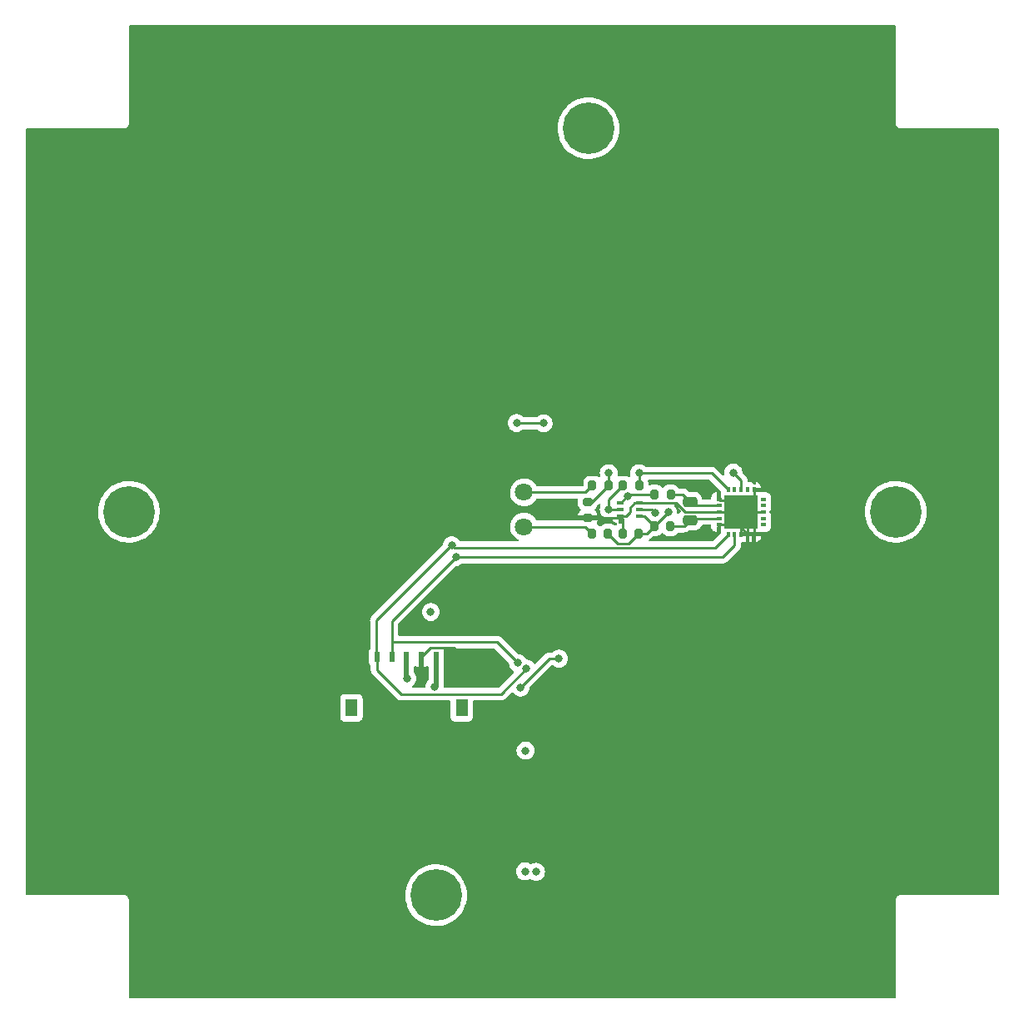
<source format=gbr>
%TF.GenerationSoftware,KiCad,Pcbnew,(6.0.7)*%
%TF.CreationDate,2023-01-31T02:36:05-08:00*%
%TF.ProjectId,solar-panel-side-Z,736f6c61-722d-4706-916e-656c2d736964,2.0*%
%TF.SameCoordinates,Original*%
%TF.FileFunction,Copper,L4,Bot*%
%TF.FilePolarity,Positive*%
%FSLAX46Y46*%
G04 Gerber Fmt 4.6, Leading zero omitted, Abs format (unit mm)*
G04 Created by KiCad (PCBNEW (6.0.7)) date 2023-01-31 02:36:05*
%MOMM*%
%LPD*%
G01*
G04 APERTURE LIST*
G04 Aperture macros list*
%AMRoundRect*
0 Rectangle with rounded corners*
0 $1 Rounding radius*
0 $2 $3 $4 $5 $6 $7 $8 $9 X,Y pos of 4 corners*
0 Add a 4 corners polygon primitive as box body*
4,1,4,$2,$3,$4,$5,$6,$7,$8,$9,$2,$3,0*
0 Add four circle primitives for the rounded corners*
1,1,$1+$1,$2,$3*
1,1,$1+$1,$4,$5*
1,1,$1+$1,$6,$7*
1,1,$1+$1,$8,$9*
0 Add four rect primitives between the rounded corners*
20,1,$1+$1,$2,$3,$4,$5,0*
20,1,$1+$1,$4,$5,$6,$7,0*
20,1,$1+$1,$6,$7,$8,$9,0*
20,1,$1+$1,$8,$9,$2,$3,0*%
%AMFreePoly0*
4,1,5,1.660000,-1.660000,-1.660000,-1.660000,-1.660000,1.660000,1.660000,1.660000,1.660000,-1.660000,1.660000,-1.660000,$1*%
%AMFreePoly1*
4,1,5,0.190000,-0.275000,-0.190000,-0.275000,-0.190000,0.275000,0.190000,0.275000,0.190000,-0.275000,0.190000,-0.275000,$1*%
G04 Aperture macros list end*
%TA.AperFunction,ComponentPad*%
%ADD10C,5.250000*%
%TD*%
%TA.AperFunction,SMDPad,CuDef*%
%ADD11R,1.250000X1.800000*%
%TD*%
%TA.AperFunction,SMDPad,CuDef*%
%ADD12R,0.600000X1.000000*%
%TD*%
%TA.AperFunction,SMDPad,CuDef*%
%ADD13RoundRect,0.200000X-0.200000X-0.275000X0.200000X-0.275000X0.200000X0.275000X-0.200000X0.275000X0*%
%TD*%
%TA.AperFunction,SMDPad,CuDef*%
%ADD14RoundRect,0.200000X0.200000X0.275000X-0.200000X0.275000X-0.200000X-0.275000X0.200000X-0.275000X0*%
%TD*%
%TA.AperFunction,SMDPad,CuDef*%
%ADD15R,0.650000X0.400000*%
%TD*%
%TA.AperFunction,SMDPad,CuDef*%
%ADD16RoundRect,0.200000X0.275000X-0.200000X0.275000X0.200000X-0.275000X0.200000X-0.275000X-0.200000X0*%
%TD*%
%TA.AperFunction,SMDPad,CuDef*%
%ADD17RoundRect,0.250000X-0.475000X0.250000X-0.475000X-0.250000X0.475000X-0.250000X0.475000X0.250000X0*%
%TD*%
%TA.AperFunction,SMDPad,CuDef*%
%ADD18FreePoly0,0.000000*%
%TD*%
%TA.AperFunction,SMDPad,CuDef*%
%ADD19FreePoly1,0.000000*%
%TD*%
%TA.AperFunction,SMDPad,CuDef*%
%ADD20FreePoly1,270.000000*%
%TD*%
%TA.AperFunction,SMDPad,CuDef*%
%ADD21FreePoly1,180.000000*%
%TD*%
%TA.AperFunction,ComponentPad*%
%ADD22C,1.800000*%
%TD*%
%TA.AperFunction,ViaPad*%
%ADD23C,0.800000*%
%TD*%
%TA.AperFunction,Conductor*%
%ADD24C,0.250000*%
%TD*%
%TA.AperFunction,Conductor*%
%ADD25C,0.500000*%
%TD*%
G04 APERTURE END LIST*
D10*
%TO.P,J3,1,Pin_1*%
%TO.N,unconnected-(J3-Pad1)*%
X110500000Y-85000000D03*
%TD*%
%TO.P,J4,1,Pin_1*%
%TO.N,unconnected-(J4-Pad1)*%
X141750000Y-124000000D03*
%TD*%
%TO.P,J5,1,Pin_1*%
%TO.N,unconnected-(J5-Pad1)*%
X157250000Y-46000000D03*
%TD*%
%TO.P,J6,1,Pin_1*%
%TO.N,unconnected-(J6-Pad1)*%
X188500000Y-85000000D03*
%TD*%
D11*
%TO.P,J1,7,7*%
%TO.N,unconnected-(J1-Pad7)*%
X133145001Y-104940000D03*
%TO.P,J1,6,6*%
%TO.N,unconnected-(J1-Pad6)*%
X144354999Y-104940000D03*
D12*
%TO.P,J1,5,5*%
%TO.N,SDA*%
X135749999Y-99750000D03*
%TO.P,J1,4,4*%
%TO.N,SCL*%
X137249999Y-99750000D03*
%TO.P,J1,3,3*%
%TO.N,+3V3*%
X138750001Y-99750000D03*
%TO.P,J1,2,2*%
%TO.N,GND*%
X140250000Y-99750000D03*
%TO.P,J1,1,1*%
%TO.N,VSOLAR*%
X141750000Y-99750000D03*
%TD*%
D13*
%TO.P,R4,2*%
%TO.N,Net-(C6-Pad2)*%
X165589922Y-86470000D03*
%TO.P,R4,1*%
%TO.N,VSense*%
X163939922Y-86470000D03*
%TD*%
D14*
%TO.P,R5,2*%
%TO.N,Net-(D1-Pad3)*%
X163979922Y-83250000D03*
%TO.P,R5,1*%
%TO.N,Net-(C6-Pad1)*%
X165629922Y-83250000D03*
%TD*%
D15*
%TO.P,D1,6,K3A4*%
%TO.N,VSense*%
X162389922Y-85430000D03*
%TO.P,D1,5,K4*%
%TO.N,+3V3*%
X162389922Y-84780000D03*
%TO.P,D1,4,A3*%
%TO.N,GND*%
X162389922Y-84130000D03*
%TO.P,D1,3,K1A2*%
%TO.N,Net-(D1-Pad3)*%
X160489922Y-84130000D03*
%TO.P,D1,2,K2*%
%TO.N,+3V3*%
X160489922Y-84780000D03*
%TO.P,D1,1,A1*%
%TO.N,GND*%
X160489922Y-85430000D03*
%TD*%
D16*
%TO.P,R6,2*%
%TO.N,Net-(D1-Pad3)*%
X157169922Y-83980000D03*
%TO.P,R6,1*%
%TO.N,GND*%
X157169922Y-85630000D03*
%TD*%
D17*
%TO.P,C6,2*%
%TO.N,Net-(C6-Pad2)*%
X167559922Y-85880000D03*
%TO.P,C6,1*%
%TO.N,Net-(C6-Pad1)*%
X167559922Y-83980000D03*
%TD*%
D14*
%TO.P,R1,2*%
%TO.N,GND*%
X160729922Y-87190000D03*
%TO.P,R1,1*%
%TO.N,VSense*%
X162379922Y-87190000D03*
%TD*%
D13*
%TO.P,FB1,2*%
%TO.N,VSense*%
X159249922Y-87210000D03*
%TO.P,FB1,1*%
%TO.N,Net-(FB1-Pad1)*%
X157599922Y-87210000D03*
%TD*%
D18*
%TO.P,U4,21,EP*%
%TO.N,GND*%
X172770000Y-85030000D03*
D19*
%TO.P,U4,20,SDA*%
%TO.N,SDA*%
X171470000Y-87280000D03*
%TO.P,U4,19,SCL*%
%TO.N,SCL*%
X172120000Y-87280000D03*
%TO.P,U4,18,GND*%
%TO.N,GND*%
X172770000Y-87280000D03*
%TO.P,U4,17,GND*%
X173420000Y-87280000D03*
%TO.P,U4,16,ADDR*%
X174070000Y-87280000D03*
D20*
%TO.P,U4,15,A4*%
%TO.N,unconnected-(U4-Pad15)*%
X175020000Y-86330000D03*
%TO.P,U4,14,A3*%
%TO.N,unconnected-(U4-Pad14)*%
X175020000Y-85680000D03*
%TO.P,U4,13,GND*%
%TO.N,GND*%
X175020000Y-85030000D03*
%TO.P,U4,12,A2*%
%TO.N,unconnected-(U4-Pad12)*%
X175020000Y-84380000D03*
%TO.P,U4,11,A1*%
%TO.N,unconnected-(U4-Pad11)*%
X175020000Y-83730000D03*
D21*
%TO.P,U4,10,GND*%
%TO.N,GND*%
X174070000Y-82780000D03*
%TO.P,U4,9,OC_ALERT*%
%TO.N,unconnected-(U4-Pad9)*%
X173420000Y-82780000D03*
%TO.P,U4,8,VDD*%
%TO.N,+3V3*%
X172770000Y-82780000D03*
%TO.P,U4,7,SC_Alert*%
%TO.N,unconnected-(U4-Pad7)*%
X172120000Y-82780000D03*
%TO.P,U4,6,VSENSE*%
%TO.N,VSense*%
X171470000Y-82780000D03*
D20*
%TO.P,U4,5,GND*%
%TO.N,GND*%
X170520000Y-83730000D03*
%TO.P,U4,4,VIN-*%
%TO.N,Net-(C6-Pad1)*%
X170520000Y-84380000D03*
%TO.P,U4,3,GND*%
%TO.N,GND*%
X170520000Y-85030000D03*
%TO.P,U4,2,VIN+*%
%TO.N,Net-(C6-Pad2)*%
X170520000Y-85680000D03*
%TO.P,U4,1,GND*%
%TO.N,GND*%
X170520000Y-86330000D03*
%TD*%
D13*
%TO.P,R3,2*%
%TO.N,VSense*%
X162409922Y-82330000D03*
%TO.P,R3,1*%
%TO.N,+3V3*%
X160759922Y-82330000D03*
%TD*%
%TO.P,FB2,2*%
%TO.N,Net-(D1-Pad3)*%
X159289922Y-82330000D03*
%TO.P,FB2,1*%
%TO.N,Net-(FB2-Pad1)*%
X157639922Y-82330000D03*
%TD*%
D22*
%TO.P,J2,2,Pin_2*%
%TO.N,Net-(FB1-Pad1)*%
X150689922Y-86520000D03*
%TO.P,J2,1,Pin_1*%
%TO.N,Net-(FB2-Pad1)*%
X150689922Y-83020000D03*
%TD*%
D23*
%TO.N,+3V3*%
X138815000Y-101955000D03*
%TO.N,GND*%
X172760000Y-84040000D03*
X173700000Y-85030000D03*
X171850000Y-85030000D03*
X172770000Y-85950000D03*
X172770000Y-85030000D03*
X107150000Y-112590000D03*
X149060000Y-96220000D03*
X157310000Y-72510000D03*
X145330000Y-69850000D03*
X144270000Y-99550000D03*
X167400000Y-76940000D03*
X153500000Y-68760000D03*
%TO.N,+3V3*%
X159299922Y-84780000D03*
X141210000Y-95190000D03*
X150340000Y-102880000D03*
X171980000Y-81020000D03*
X164009922Y-85100000D03*
X154250000Y-99940000D03*
%TO.N,VSOLAR*%
X141590000Y-102830000D03*
%TO.N,SDA*%
X149950000Y-75975000D03*
X150940000Y-100960000D03*
X143340000Y-88410000D03*
X152684500Y-76000000D03*
%TO.N,SCL*%
X143775000Y-89605000D03*
X150070000Y-100390000D03*
%TO.N,Net-(D1-Pad3)*%
X161239922Y-83380000D03*
X159309922Y-81070000D03*
%TO.N,VSense*%
X162404922Y-81085000D03*
X165349922Y-85060000D03*
%TO.N,Net-(U2-Pad7)*%
X150800000Y-121570000D03*
X150850000Y-109290000D03*
X151910000Y-121620000D03*
%TD*%
D24*
%TO.N,SDA*%
X138185000Y-103555000D02*
X135749999Y-101119999D01*
%TO.N,GND*%
X173700000Y-85030000D02*
X172830000Y-85030000D01*
X172770000Y-85950000D02*
X172770000Y-85030000D01*
X171470000Y-86330000D02*
X171845000Y-85955000D01*
X170520000Y-85030000D02*
X171850000Y-85030000D01*
X170520000Y-86330000D02*
X172470000Y-86330000D01*
X160729922Y-85670000D02*
X160489922Y-85430000D01*
X173840000Y-85030000D02*
X173700000Y-85030000D01*
X174070000Y-86330000D02*
X173690000Y-85950000D01*
X166171749Y-84130000D02*
X167071749Y-85030000D01*
X162389922Y-84130000D02*
X166171749Y-84130000D01*
X160729922Y-87190000D02*
X160729922Y-85670000D01*
X141160000Y-98840000D02*
X143560000Y-98840000D01*
X174070000Y-82780000D02*
X174070000Y-83730000D01*
X160289922Y-85630000D02*
X157169922Y-85630000D01*
X173420000Y-87280000D02*
X173420000Y-85680000D01*
X173885000Y-83915000D02*
X172770000Y-85030000D01*
X140250000Y-99750000D02*
X141160000Y-98840000D01*
X161939922Y-84130000D02*
X161459922Y-84610000D01*
X175020000Y-85030000D02*
X173840000Y-85030000D01*
X170654922Y-83865000D02*
X171605000Y-83865000D01*
X172830000Y-85030000D02*
X172770000Y-85030000D01*
X167071749Y-85030000D02*
X170520000Y-85030000D01*
X170520000Y-83730078D02*
X170654922Y-83865000D01*
X170520000Y-83730000D02*
X170520000Y-83730078D01*
X174070000Y-83730000D02*
X173885000Y-83915000D01*
X172470000Y-86330000D02*
X173420000Y-87280000D01*
X171850000Y-85030000D02*
X172770000Y-85030000D01*
X161064922Y-85430000D02*
X161459922Y-85035000D01*
X173690000Y-85950000D02*
X172770000Y-85030000D01*
X172770000Y-87280000D02*
X174070000Y-87280000D01*
X171845000Y-85955000D02*
X172770000Y-85030000D01*
X170520000Y-86330000D02*
X171470000Y-86330000D01*
X160489922Y-85430000D02*
X161064922Y-85430000D01*
X173420000Y-85680000D02*
X172770000Y-85030000D01*
X162389922Y-84130000D02*
X161939922Y-84130000D01*
X160489922Y-85430000D02*
X160289922Y-85630000D01*
X143560000Y-98840000D02*
X144270000Y-99550000D01*
X161459922Y-85035000D02*
X161459922Y-84610000D01*
X174070000Y-87280000D02*
X174070000Y-86330000D01*
X172770000Y-87280000D02*
X172770000Y-85950000D01*
%TO.N,+3V3*%
X159299922Y-84780000D02*
X160489922Y-84780000D01*
X150340000Y-102880000D02*
X153270000Y-99950000D01*
X162389922Y-84780000D02*
X163689922Y-84780000D01*
X153270000Y-99950000D02*
X154240000Y-99950000D01*
D25*
X138750001Y-101720001D02*
X138900000Y-101870000D01*
D24*
X172770000Y-82780000D02*
X172770000Y-81810000D01*
X159299922Y-84780000D02*
X159299922Y-83790000D01*
X159299922Y-83790000D02*
X160759922Y-82330000D01*
X172770000Y-81810000D02*
X171980000Y-81020000D01*
X163689922Y-84780000D02*
X164009922Y-85100000D01*
D25*
X138750001Y-99750000D02*
X138750001Y-101720001D01*
%TO.N,VSOLAR*%
X141750000Y-102670000D02*
X141590000Y-102830000D01*
X141750000Y-99750000D02*
X141750000Y-102670000D01*
D24*
%TO.N,SDA*%
X143330000Y-88410000D02*
X135670000Y-96070000D01*
X135749999Y-101119999D02*
X135749999Y-99750000D01*
X152684500Y-76000000D02*
X149975000Y-76000000D01*
X143590000Y-88660000D02*
X143340000Y-88410000D01*
X171470000Y-87280000D02*
X170090000Y-88660000D01*
X148345000Y-103555000D02*
X138185000Y-103555000D01*
X135670000Y-98200000D02*
X135670000Y-99670001D01*
X150940000Y-100960000D02*
X148345000Y-103555000D01*
X170090000Y-88660000D02*
X143590000Y-88660000D01*
X149975000Y-76000000D02*
X149950000Y-75975000D01*
X143340000Y-88410000D02*
X143330000Y-88410000D01*
X135670000Y-99670001D02*
X135749999Y-99750000D01*
X135670000Y-96070000D02*
X135670000Y-98200000D01*
%TO.N,SCL*%
X150070000Y-100390000D02*
X147920000Y-98240000D01*
X172120000Y-88410000D02*
X170925000Y-89605000D01*
X137270000Y-98240000D02*
X137270000Y-99729999D01*
X147920000Y-98240000D02*
X137270000Y-98240000D01*
X143710000Y-89650000D02*
X137270000Y-96090000D01*
X137270000Y-99729999D02*
X137249999Y-99750000D01*
X170925000Y-89605000D02*
X143775000Y-89605000D01*
X137270000Y-96090000D02*
X137270000Y-98240000D01*
X172120000Y-87280000D02*
X172120000Y-88410000D01*
%TO.N,Net-(C6-Pad1)*%
X167959922Y-84380000D02*
X167559922Y-83980000D01*
X170520000Y-84380000D02*
X167959922Y-84380000D01*
X166829922Y-83250000D02*
X165629922Y-83250000D01*
X167559922Y-83980000D02*
X166829922Y-83250000D01*
%TO.N,Net-(C6-Pad2)*%
X170520000Y-85680000D02*
X167759922Y-85680000D01*
X167759922Y-85680000D02*
X167559922Y-85880000D01*
X166969922Y-86470000D02*
X167559922Y-85880000D01*
X165589922Y-86470000D02*
X166969922Y-86470000D01*
%TO.N,Net-(D1-Pad3)*%
X163979922Y-83250000D02*
X161369922Y-83250000D01*
X161239922Y-83380000D02*
X160489922Y-84130000D01*
X159289922Y-82330000D02*
X157639922Y-83980000D01*
X159289922Y-81090000D02*
X159309922Y-81070000D01*
X157639922Y-83980000D02*
X157169922Y-83980000D01*
X159289922Y-82330000D02*
X159289922Y-81090000D01*
X161369922Y-83250000D02*
X161239922Y-83380000D01*
%TO.N,VSense*%
X162379922Y-87190000D02*
X163219922Y-87190000D01*
X162379922Y-87190000D02*
X161359922Y-88210000D01*
X163939922Y-86470000D02*
X165349922Y-85060000D01*
X162899922Y-85430000D02*
X163939922Y-86470000D01*
X162409922Y-82330000D02*
X162399922Y-82320000D01*
X161359922Y-88210000D02*
X160249922Y-88210000D01*
X169775000Y-81085000D02*
X171470000Y-82780000D01*
X162399922Y-82320000D02*
X162399922Y-81150000D01*
X160249922Y-88210000D02*
X159249922Y-87210000D01*
X162404922Y-81085000D02*
X169775000Y-81085000D01*
X163219922Y-87190000D02*
X163939922Y-86470000D01*
X162389922Y-85430000D02*
X162899922Y-85430000D01*
%TO.N,Net-(FB1-Pad1)*%
X150689922Y-86520000D02*
X156909922Y-86520000D01*
X156909922Y-86520000D02*
X157599922Y-87210000D01*
%TO.N,Net-(FB2-Pad1)*%
X157639922Y-82330000D02*
X156939922Y-83030000D01*
X150689922Y-83020000D02*
X156929922Y-83020000D01*
X156929922Y-83020000D02*
X156939922Y-83030000D01*
%TD*%
%TA.AperFunction,Conductor*%
%TO.N,GND*%
G36*
X188433621Y-35528502D02*
G01*
X188480114Y-35582158D01*
X188491500Y-35634500D01*
X188491500Y-45491377D01*
X188491498Y-45492147D01*
X188491024Y-45569721D01*
X188493491Y-45578352D01*
X188499150Y-45598153D01*
X188502728Y-45614915D01*
X188506920Y-45644187D01*
X188510634Y-45652355D01*
X188510634Y-45652356D01*
X188517548Y-45667562D01*
X188523996Y-45685086D01*
X188531051Y-45709771D01*
X188535843Y-45717365D01*
X188535844Y-45717368D01*
X188546830Y-45734780D01*
X188554969Y-45749863D01*
X188567208Y-45776782D01*
X188573069Y-45783584D01*
X188583970Y-45796235D01*
X188595073Y-45811239D01*
X188608776Y-45832958D01*
X188615501Y-45838897D01*
X188615504Y-45838901D01*
X188630938Y-45852532D01*
X188642982Y-45864724D01*
X188656427Y-45880327D01*
X188656430Y-45880329D01*
X188662287Y-45887127D01*
X188669816Y-45892007D01*
X188669817Y-45892008D01*
X188683835Y-45901094D01*
X188698709Y-45912385D01*
X188711217Y-45923431D01*
X188717951Y-45929378D01*
X188744711Y-45941942D01*
X188759691Y-45950263D01*
X188776983Y-45961471D01*
X188776988Y-45961473D01*
X188784515Y-45966352D01*
X188793108Y-45968922D01*
X188793113Y-45968924D01*
X188809120Y-45973711D01*
X188826564Y-45980372D01*
X188841676Y-45987467D01*
X188841678Y-45987468D01*
X188849800Y-45991281D01*
X188858667Y-45992662D01*
X188858668Y-45992662D01*
X188861353Y-45993080D01*
X188879017Y-45995830D01*
X188895732Y-45999613D01*
X188915466Y-46005515D01*
X188915472Y-46005516D01*
X188924066Y-46008086D01*
X188933037Y-46008141D01*
X188933038Y-46008141D01*
X188943097Y-46008202D01*
X188958506Y-46008296D01*
X188959289Y-46008329D01*
X188960386Y-46008500D01*
X188991377Y-46008500D01*
X188992147Y-46008502D01*
X189065785Y-46008952D01*
X189065786Y-46008952D01*
X189069721Y-46008976D01*
X189071065Y-46008592D01*
X189072410Y-46008500D01*
X198865500Y-46008500D01*
X198933621Y-46028502D01*
X198980114Y-46082158D01*
X198991500Y-46134500D01*
X198991500Y-123865500D01*
X198971498Y-123933621D01*
X198917842Y-123980114D01*
X198865500Y-123991500D01*
X189008623Y-123991500D01*
X189007853Y-123991498D01*
X189007037Y-123991493D01*
X188930279Y-123991024D01*
X188907918Y-123997415D01*
X188901847Y-123999150D01*
X188885085Y-124002728D01*
X188855813Y-124006920D01*
X188847645Y-124010634D01*
X188847644Y-124010634D01*
X188832438Y-124017548D01*
X188814914Y-124023996D01*
X188790229Y-124031051D01*
X188782635Y-124035843D01*
X188782632Y-124035844D01*
X188765220Y-124046830D01*
X188750137Y-124054969D01*
X188723218Y-124067208D01*
X188716416Y-124073069D01*
X188703765Y-124083970D01*
X188688761Y-124095073D01*
X188667042Y-124108776D01*
X188661103Y-124115501D01*
X188661099Y-124115504D01*
X188647468Y-124130938D01*
X188635276Y-124142982D01*
X188619673Y-124156427D01*
X188619671Y-124156430D01*
X188612873Y-124162287D01*
X188607993Y-124169816D01*
X188607992Y-124169817D01*
X188598906Y-124183835D01*
X188587615Y-124198709D01*
X188576569Y-124211217D01*
X188570622Y-124217951D01*
X188564312Y-124231391D01*
X188558058Y-124244711D01*
X188549737Y-124259691D01*
X188538529Y-124276983D01*
X188538527Y-124276988D01*
X188533648Y-124284515D01*
X188531078Y-124293108D01*
X188531076Y-124293113D01*
X188526289Y-124309120D01*
X188519628Y-124326564D01*
X188512533Y-124341676D01*
X188508719Y-124349800D01*
X188507338Y-124358667D01*
X188507338Y-124358668D01*
X188504170Y-124379015D01*
X188500387Y-124395732D01*
X188494485Y-124415466D01*
X188494484Y-124415472D01*
X188491914Y-124424066D01*
X188491859Y-124433037D01*
X188491859Y-124433038D01*
X188491704Y-124458497D01*
X188491671Y-124459289D01*
X188491500Y-124460386D01*
X188491500Y-124491377D01*
X188491498Y-124492147D01*
X188491024Y-124569721D01*
X188491408Y-124571065D01*
X188491500Y-124572410D01*
X188491500Y-134365500D01*
X188471498Y-134433621D01*
X188417842Y-134480114D01*
X188365500Y-134491500D01*
X110634500Y-134491500D01*
X110566379Y-134471498D01*
X110519886Y-134417842D01*
X110508500Y-134365500D01*
X110508500Y-124508623D01*
X110508502Y-124507853D01*
X110508800Y-124459102D01*
X110508976Y-124430279D01*
X110500850Y-124401847D01*
X110497272Y-124385085D01*
X110494352Y-124364698D01*
X110493080Y-124355813D01*
X110482451Y-124332436D01*
X110476004Y-124314913D01*
X110471416Y-124298862D01*
X110468949Y-124290229D01*
X110464156Y-124282632D01*
X110453170Y-124265220D01*
X110445030Y-124250135D01*
X110442564Y-124244711D01*
X110432792Y-124223218D01*
X110416030Y-124203765D01*
X110404927Y-124188761D01*
X110391224Y-124167042D01*
X110384499Y-124161103D01*
X110384496Y-124161099D01*
X110369062Y-124147468D01*
X110357018Y-124135276D01*
X110343573Y-124119673D01*
X110343570Y-124119671D01*
X110337713Y-124112873D01*
X110324009Y-124103990D01*
X110316165Y-124098906D01*
X110301291Y-124087615D01*
X110288783Y-124076569D01*
X110288782Y-124076568D01*
X110282049Y-124070622D01*
X110255287Y-124058057D01*
X110240309Y-124049737D01*
X110223017Y-124038529D01*
X110223012Y-124038527D01*
X110215485Y-124033648D01*
X110206892Y-124031078D01*
X110206887Y-124031076D01*
X110190880Y-124026289D01*
X110173436Y-124019628D01*
X110158324Y-124012533D01*
X110158322Y-124012532D01*
X110150200Y-124008719D01*
X110141333Y-124007338D01*
X110141332Y-124007338D01*
X110130478Y-124005648D01*
X110120983Y-124004170D01*
X110104268Y-124000387D01*
X110084534Y-123994485D01*
X110084528Y-123994484D01*
X110075934Y-123991914D01*
X110066963Y-123991859D01*
X110066962Y-123991859D01*
X110056903Y-123991798D01*
X110041494Y-123991704D01*
X110040711Y-123991671D01*
X110039614Y-123991500D01*
X110008623Y-123991500D01*
X110007853Y-123991498D01*
X109934215Y-123991048D01*
X109934214Y-123991048D01*
X109930279Y-123991024D01*
X109928935Y-123991408D01*
X109927590Y-123991500D01*
X100134500Y-123991500D01*
X100066379Y-123971498D01*
X100053107Y-123956181D01*
X138611869Y-123956181D01*
X138626542Y-124306258D01*
X138647131Y-124439254D01*
X138667328Y-124569721D01*
X138680145Y-124652518D01*
X138772012Y-124990645D01*
X138773302Y-124993904D01*
X138773304Y-124993909D01*
X138822316Y-125117698D01*
X138900998Y-125316424D01*
X139065493Y-125625795D01*
X139067483Y-125628701D01*
X139067484Y-125628703D01*
X139141490Y-125736785D01*
X139263449Y-125914902D01*
X139492397Y-126180142D01*
X139749485Y-126418207D01*
X140031507Y-126626132D01*
X140034544Y-126627886D01*
X140034548Y-126627888D01*
X140195060Y-126720559D01*
X140334949Y-126801324D01*
X140338170Y-126802731D01*
X140652807Y-126940193D01*
X140652817Y-126940197D01*
X140656029Y-126941600D01*
X140659387Y-126942639D01*
X140659391Y-126942641D01*
X140795685Y-126984831D01*
X140990743Y-127045212D01*
X140994199Y-127045871D01*
X140994198Y-127045871D01*
X141331471Y-127110210D01*
X141331477Y-127110211D01*
X141334922Y-127110868D01*
X141566253Y-127128668D01*
X141680777Y-127137480D01*
X141680778Y-127137480D01*
X141684274Y-127137749D01*
X141916291Y-127129646D01*
X142030929Y-127125643D01*
X142030933Y-127125643D01*
X142034445Y-127125520D01*
X142037924Y-127125006D01*
X142037927Y-127125006D01*
X142377578Y-127074851D01*
X142377584Y-127074850D01*
X142381070Y-127074335D01*
X142384474Y-127073436D01*
X142384477Y-127073435D01*
X142716439Y-126985727D01*
X142716440Y-126985727D01*
X142719830Y-126984831D01*
X143046502Y-126858123D01*
X143357014Y-126695792D01*
X143647496Y-126499859D01*
X143914327Y-126272768D01*
X143999069Y-126182527D01*
X144151771Y-126019916D01*
X144151775Y-126019911D01*
X144154182Y-126017348D01*
X144364071Y-125736785D01*
X144541377Y-125434573D01*
X144542809Y-125431357D01*
X144682459Y-125117698D01*
X144682461Y-125117693D01*
X144683891Y-125114481D01*
X144789837Y-124780498D01*
X144857894Y-124436786D01*
X144877886Y-124198709D01*
X144887030Y-124089814D01*
X144887031Y-124089803D01*
X144887213Y-124087630D01*
X144887265Y-124083970D01*
X144888407Y-124002178D01*
X144888407Y-124002166D01*
X144888437Y-124000000D01*
X144888074Y-123993491D01*
X144869074Y-123653671D01*
X144868878Y-123650162D01*
X144810445Y-123304684D01*
X144713866Y-122967873D01*
X144666818Y-122853726D01*
X144581683Y-122647171D01*
X144581679Y-122647163D01*
X144580345Y-122643926D01*
X144411546Y-122336882D01*
X144209573Y-122050567D01*
X144162262Y-121997279D01*
X143979274Y-121791175D01*
X143979270Y-121791171D01*
X143976943Y-121788550D01*
X143974342Y-121786208D01*
X143974337Y-121786203D01*
X143734219Y-121570000D01*
X149886496Y-121570000D01*
X149906458Y-121759928D01*
X149965473Y-121941556D01*
X150060960Y-122106944D01*
X150065378Y-122111851D01*
X150065379Y-122111852D01*
X150105980Y-122156944D01*
X150188747Y-122248866D01*
X150343248Y-122361118D01*
X150349276Y-122363802D01*
X150349278Y-122363803D01*
X150358020Y-122367695D01*
X150517712Y-122438794D01*
X150611113Y-122458647D01*
X150698056Y-122477128D01*
X150698061Y-122477128D01*
X150704513Y-122478500D01*
X150895487Y-122478500D01*
X150901939Y-122477128D01*
X150901944Y-122477128D01*
X150988887Y-122458647D01*
X151082288Y-122438794D01*
X151241980Y-122367695D01*
X151250722Y-122363803D01*
X151250724Y-122363802D01*
X151256752Y-122361118D01*
X151258167Y-122360090D01*
X151325411Y-122343773D01*
X151393482Y-122367695D01*
X151453248Y-122411118D01*
X151459276Y-122413802D01*
X151459278Y-122413803D01*
X151604591Y-122478500D01*
X151627712Y-122488794D01*
X151721113Y-122508647D01*
X151808056Y-122527128D01*
X151808061Y-122527128D01*
X151814513Y-122528500D01*
X152005487Y-122528500D01*
X152011939Y-122527128D01*
X152011944Y-122527128D01*
X152098887Y-122508647D01*
X152192288Y-122488794D01*
X152215409Y-122478500D01*
X152360722Y-122413803D01*
X152360724Y-122413802D01*
X152366752Y-122411118D01*
X152521253Y-122298866D01*
X152649040Y-122156944D01*
X152744527Y-121991556D01*
X152803542Y-121809928D01*
X152823504Y-121620000D01*
X152803542Y-121430072D01*
X152744527Y-121248444D01*
X152649040Y-121083056D01*
X152613345Y-121043412D01*
X152525675Y-120946045D01*
X152525674Y-120946044D01*
X152521253Y-120941134D01*
X152366752Y-120828882D01*
X152360724Y-120826198D01*
X152360722Y-120826197D01*
X152198319Y-120753891D01*
X152198318Y-120753891D01*
X152192288Y-120751206D01*
X152098888Y-120731353D01*
X152011944Y-120712872D01*
X152011939Y-120712872D01*
X152005487Y-120711500D01*
X151814513Y-120711500D01*
X151808061Y-120712872D01*
X151808056Y-120712872D01*
X151721112Y-120731353D01*
X151627712Y-120751206D01*
X151621682Y-120753891D01*
X151621681Y-120753891D01*
X151459278Y-120826197D01*
X151459276Y-120826198D01*
X151453248Y-120828882D01*
X151451833Y-120829910D01*
X151384589Y-120846227D01*
X151316518Y-120822305D01*
X151262094Y-120782763D01*
X151262092Y-120782762D01*
X151256752Y-120778882D01*
X151250724Y-120776198D01*
X151250722Y-120776197D01*
X151088319Y-120703891D01*
X151088318Y-120703891D01*
X151082288Y-120701206D01*
X150988887Y-120681353D01*
X150901944Y-120662872D01*
X150901939Y-120662872D01*
X150895487Y-120661500D01*
X150704513Y-120661500D01*
X150698061Y-120662872D01*
X150698056Y-120662872D01*
X150611113Y-120681353D01*
X150517712Y-120701206D01*
X150511682Y-120703891D01*
X150511681Y-120703891D01*
X150349278Y-120776197D01*
X150349276Y-120776198D01*
X150343248Y-120778882D01*
X150188747Y-120891134D01*
X150184326Y-120896044D01*
X150184325Y-120896045D01*
X150149452Y-120934776D01*
X150060960Y-121033056D01*
X150028791Y-121088774D01*
X149986556Y-121161928D01*
X149965473Y-121198444D01*
X149906458Y-121380072D01*
X149886496Y-121570000D01*
X143734219Y-121570000D01*
X143719167Y-121556447D01*
X143719166Y-121556447D01*
X143716557Y-121554097D01*
X143678538Y-121526878D01*
X143434513Y-121352173D01*
X143434510Y-121352171D01*
X143431659Y-121350130D01*
X143125800Y-121179192D01*
X142802794Y-121043412D01*
X142799425Y-121042421D01*
X142799421Y-121042419D01*
X142651053Y-120998752D01*
X142466665Y-120944484D01*
X142190895Y-120895858D01*
X142125063Y-120884250D01*
X142125061Y-120884250D01*
X142121603Y-120883640D01*
X142118094Y-120883419D01*
X142118092Y-120883419D01*
X141775428Y-120861860D01*
X141775422Y-120861860D01*
X141771910Y-120861639D01*
X141674516Y-120866403D01*
X141425451Y-120878584D01*
X141425443Y-120878585D01*
X141421944Y-120878756D01*
X141418476Y-120879318D01*
X141418473Y-120879318D01*
X141079542Y-120934213D01*
X141079539Y-120934214D01*
X141076067Y-120934776D01*
X141072684Y-120935721D01*
X141072682Y-120935721D01*
X141037747Y-120945475D01*
X140738589Y-121029001D01*
X140735341Y-121030313D01*
X140735333Y-121030316D01*
X140416983Y-121158938D01*
X140416979Y-121158940D01*
X140413719Y-121160257D01*
X140410632Y-121161926D01*
X140410628Y-121161928D01*
X140381220Y-121177829D01*
X140105503Y-121326909D01*
X139817785Y-121526878D01*
X139815143Y-121529191D01*
X139815139Y-121529194D01*
X139776026Y-121563435D01*
X139554151Y-121757673D01*
X139317886Y-122016416D01*
X139111935Y-122299883D01*
X138938865Y-122604541D01*
X138800834Y-122926591D01*
X138699562Y-123262021D01*
X138636311Y-123606650D01*
X138611869Y-123956181D01*
X100053107Y-123956181D01*
X100019886Y-123917842D01*
X100008500Y-123865500D01*
X100008500Y-109290000D01*
X149936496Y-109290000D01*
X149956458Y-109479928D01*
X150015473Y-109661556D01*
X150110960Y-109826944D01*
X150238747Y-109968866D01*
X150393248Y-110081118D01*
X150399276Y-110083802D01*
X150399278Y-110083803D01*
X150561681Y-110156109D01*
X150567712Y-110158794D01*
X150661112Y-110178647D01*
X150748056Y-110197128D01*
X150748061Y-110197128D01*
X150754513Y-110198500D01*
X150945487Y-110198500D01*
X150951939Y-110197128D01*
X150951944Y-110197128D01*
X151038888Y-110178647D01*
X151132288Y-110158794D01*
X151138319Y-110156109D01*
X151300722Y-110083803D01*
X151300724Y-110083802D01*
X151306752Y-110081118D01*
X151461253Y-109968866D01*
X151589040Y-109826944D01*
X151684527Y-109661556D01*
X151743542Y-109479928D01*
X151763504Y-109290000D01*
X151743542Y-109100072D01*
X151684527Y-108918444D01*
X151589040Y-108753056D01*
X151461253Y-108611134D01*
X151306752Y-108498882D01*
X151300724Y-108496198D01*
X151300722Y-108496197D01*
X151138319Y-108423891D01*
X151138318Y-108423891D01*
X151132288Y-108421206D01*
X151038888Y-108401353D01*
X150951944Y-108382872D01*
X150951939Y-108382872D01*
X150945487Y-108381500D01*
X150754513Y-108381500D01*
X150748061Y-108382872D01*
X150748056Y-108382872D01*
X150661113Y-108401353D01*
X150567712Y-108421206D01*
X150561682Y-108423891D01*
X150561681Y-108423891D01*
X150399278Y-108496197D01*
X150399276Y-108496198D01*
X150393248Y-108498882D01*
X150238747Y-108611134D01*
X150110960Y-108753056D01*
X150015473Y-108918444D01*
X149956458Y-109100072D01*
X149936496Y-109290000D01*
X100008500Y-109290000D01*
X100008500Y-105888134D01*
X132011501Y-105888134D01*
X132018256Y-105950316D01*
X132069386Y-106086705D01*
X132156740Y-106203261D01*
X132273296Y-106290615D01*
X132409685Y-106341745D01*
X132471867Y-106348500D01*
X133818135Y-106348500D01*
X133880317Y-106341745D01*
X134016706Y-106290615D01*
X134133262Y-106203261D01*
X134220616Y-106086705D01*
X134271746Y-105950316D01*
X134278501Y-105888134D01*
X134278501Y-103991866D01*
X134271746Y-103929684D01*
X134220616Y-103793295D01*
X134133262Y-103676739D01*
X134016706Y-103589385D01*
X133880317Y-103538255D01*
X133818135Y-103531500D01*
X132471867Y-103531500D01*
X132409685Y-103538255D01*
X132273296Y-103589385D01*
X132156740Y-103676739D01*
X132069386Y-103793295D01*
X132018256Y-103929684D01*
X132011501Y-103991866D01*
X132011501Y-105888134D01*
X100008500Y-105888134D01*
X100008500Y-100298134D01*
X134941499Y-100298134D01*
X134948254Y-100360316D01*
X134999384Y-100496705D01*
X135056838Y-100573365D01*
X135086738Y-100613261D01*
X135085134Y-100614463D01*
X135113620Y-100666630D01*
X135116499Y-100693413D01*
X135116499Y-101041232D01*
X135115972Y-101052415D01*
X135114297Y-101059908D01*
X135114546Y-101067834D01*
X135114546Y-101067835D01*
X135116437Y-101127985D01*
X135116499Y-101131944D01*
X135116499Y-101159855D01*
X135116996Y-101163789D01*
X135116996Y-101163790D01*
X135117004Y-101163855D01*
X135117937Y-101175692D01*
X135119326Y-101219888D01*
X135124977Y-101239338D01*
X135128986Y-101258699D01*
X135131525Y-101278796D01*
X135134444Y-101286167D01*
X135134444Y-101286169D01*
X135147803Y-101319911D01*
X135151648Y-101331141D01*
X135163981Y-101373592D01*
X135168014Y-101380411D01*
X135168016Y-101380416D01*
X135174292Y-101391027D01*
X135182987Y-101408775D01*
X135190447Y-101427616D01*
X135195109Y-101434032D01*
X135195109Y-101434033D01*
X135216435Y-101463386D01*
X135222951Y-101473306D01*
X135245457Y-101511361D01*
X135259778Y-101525682D01*
X135272618Y-101540715D01*
X135284527Y-101557106D01*
X135290633Y-101562157D01*
X135318604Y-101585297D01*
X135327383Y-101593287D01*
X137681343Y-103947247D01*
X137688887Y-103955537D01*
X137693000Y-103962018D01*
X137698777Y-103967443D01*
X137742667Y-104008658D01*
X137745509Y-104011413D01*
X137765230Y-104031134D01*
X137768425Y-104033612D01*
X137777447Y-104041318D01*
X137809679Y-104071586D01*
X137816628Y-104075406D01*
X137827432Y-104081346D01*
X137843956Y-104092199D01*
X137859959Y-104104613D01*
X137900543Y-104122176D01*
X137911173Y-104127383D01*
X137949940Y-104148695D01*
X137957617Y-104150666D01*
X137957622Y-104150668D01*
X137969558Y-104153732D01*
X137988266Y-104160137D01*
X138006855Y-104168181D01*
X138014680Y-104169420D01*
X138014682Y-104169421D01*
X138050519Y-104175097D01*
X138062140Y-104177504D01*
X138093959Y-104185673D01*
X138104970Y-104188500D01*
X138125231Y-104188500D01*
X138144940Y-104190051D01*
X138164943Y-104193219D01*
X138172835Y-104192473D01*
X138178062Y-104191979D01*
X138208954Y-104189059D01*
X138220811Y-104188500D01*
X143095499Y-104188500D01*
X143163620Y-104208502D01*
X143210113Y-104262158D01*
X143221499Y-104314500D01*
X143221499Y-105888134D01*
X143228254Y-105950316D01*
X143279384Y-106086705D01*
X143366738Y-106203261D01*
X143483294Y-106290615D01*
X143619683Y-106341745D01*
X143681865Y-106348500D01*
X145028133Y-106348500D01*
X145090315Y-106341745D01*
X145226704Y-106290615D01*
X145343260Y-106203261D01*
X145430614Y-106086705D01*
X145481744Y-105950316D01*
X145488499Y-105888134D01*
X145488499Y-104314500D01*
X145508501Y-104246379D01*
X145562157Y-104199886D01*
X145614499Y-104188500D01*
X148266233Y-104188500D01*
X148277416Y-104189027D01*
X148284909Y-104190702D01*
X148292835Y-104190453D01*
X148292836Y-104190453D01*
X148352986Y-104188562D01*
X148356945Y-104188500D01*
X148384856Y-104188500D01*
X148388791Y-104188003D01*
X148388856Y-104187995D01*
X148400693Y-104187062D01*
X148432951Y-104186048D01*
X148436970Y-104185922D01*
X148444889Y-104185673D01*
X148464343Y-104180021D01*
X148483700Y-104176013D01*
X148495930Y-104174468D01*
X148495931Y-104174468D01*
X148503797Y-104173474D01*
X148511168Y-104170555D01*
X148511170Y-104170555D01*
X148544912Y-104157196D01*
X148556142Y-104153351D01*
X148590983Y-104143229D01*
X148590984Y-104143229D01*
X148598593Y-104141018D01*
X148605412Y-104136985D01*
X148605417Y-104136983D01*
X148616028Y-104130707D01*
X148633776Y-104122012D01*
X148652617Y-104114552D01*
X148672987Y-104099753D01*
X148688387Y-104088564D01*
X148698307Y-104082048D01*
X148729535Y-104063580D01*
X148729538Y-104063578D01*
X148736362Y-104059542D01*
X148750683Y-104045221D01*
X148765717Y-104032380D01*
X148767432Y-104031134D01*
X148782107Y-104020472D01*
X148810298Y-103986395D01*
X148818288Y-103977616D01*
X149403718Y-103392186D01*
X149466030Y-103358160D01*
X149536845Y-103363225D01*
X149594750Y-103407221D01*
X149597654Y-103411218D01*
X149600960Y-103416944D01*
X149605383Y-103421856D01*
X149712687Y-103541029D01*
X149728747Y-103558866D01*
X149883248Y-103671118D01*
X149889276Y-103673802D01*
X149889278Y-103673803D01*
X150051681Y-103746109D01*
X150057712Y-103748794D01*
X150151112Y-103768647D01*
X150238056Y-103787128D01*
X150238061Y-103787128D01*
X150244513Y-103788500D01*
X150435487Y-103788500D01*
X150441939Y-103787128D01*
X150441944Y-103787128D01*
X150528888Y-103768647D01*
X150622288Y-103748794D01*
X150628319Y-103746109D01*
X150790722Y-103673803D01*
X150790724Y-103673802D01*
X150796752Y-103671118D01*
X150951253Y-103558866D01*
X150955675Y-103553955D01*
X151074621Y-103421852D01*
X151074622Y-103421851D01*
X151079040Y-103416944D01*
X151174527Y-103251556D01*
X151233542Y-103069928D01*
X151250907Y-102904706D01*
X151277920Y-102839050D01*
X151287122Y-102828782D01*
X153480576Y-100635329D01*
X153542888Y-100601303D01*
X153613704Y-100606368D01*
X153643732Y-100622488D01*
X153756188Y-100704192D01*
X153793248Y-100731118D01*
X153799276Y-100733802D01*
X153799278Y-100733803D01*
X153860317Y-100760979D01*
X153967712Y-100808794D01*
X154061112Y-100828647D01*
X154148056Y-100847128D01*
X154148061Y-100847128D01*
X154154513Y-100848500D01*
X154345487Y-100848500D01*
X154351939Y-100847128D01*
X154351944Y-100847128D01*
X154438887Y-100828647D01*
X154532288Y-100808794D01*
X154639683Y-100760979D01*
X154700722Y-100733803D01*
X154700724Y-100733802D01*
X154706752Y-100731118D01*
X154861253Y-100618866D01*
X154880222Y-100597799D01*
X154984621Y-100481852D01*
X154984622Y-100481851D01*
X154989040Y-100476944D01*
X155084527Y-100311556D01*
X155143542Y-100129928D01*
X155163504Y-99940000D01*
X155143542Y-99750072D01*
X155084527Y-99568444D01*
X154989040Y-99403056D01*
X154981886Y-99395110D01*
X154865675Y-99266045D01*
X154865674Y-99266044D01*
X154861253Y-99261134D01*
X154706752Y-99148882D01*
X154700724Y-99146198D01*
X154700722Y-99146197D01*
X154538319Y-99073891D01*
X154538318Y-99073891D01*
X154532288Y-99071206D01*
X154438888Y-99051353D01*
X154351944Y-99032872D01*
X154351939Y-99032872D01*
X154345487Y-99031500D01*
X154154513Y-99031500D01*
X154148061Y-99032872D01*
X154148056Y-99032872D01*
X154061112Y-99051353D01*
X153967712Y-99071206D01*
X153961682Y-99073891D01*
X153961681Y-99073891D01*
X153799278Y-99146197D01*
X153799276Y-99146198D01*
X153793248Y-99148882D01*
X153787907Y-99152762D01*
X153787906Y-99152763D01*
X153720322Y-99201866D01*
X153638747Y-99261134D01*
X153634334Y-99266036D01*
X153634332Y-99266037D01*
X153626432Y-99274811D01*
X153565985Y-99312050D01*
X153532796Y-99316500D01*
X153348768Y-99316500D01*
X153337585Y-99315973D01*
X153330092Y-99314298D01*
X153322166Y-99314547D01*
X153322165Y-99314547D01*
X153262002Y-99316438D01*
X153258044Y-99316500D01*
X153230144Y-99316500D01*
X153226154Y-99317004D01*
X153214320Y-99317936D01*
X153170111Y-99319326D01*
X153162497Y-99321538D01*
X153162492Y-99321539D01*
X153150659Y-99324977D01*
X153131296Y-99328988D01*
X153111203Y-99331526D01*
X153103836Y-99334443D01*
X153103831Y-99334444D01*
X153070092Y-99347802D01*
X153058865Y-99351646D01*
X153016407Y-99363982D01*
X153009581Y-99368019D01*
X152998972Y-99374293D01*
X152981224Y-99382988D01*
X152962383Y-99390448D01*
X152955967Y-99395110D01*
X152955966Y-99395110D01*
X152926613Y-99416436D01*
X152916693Y-99422952D01*
X152885465Y-99441420D01*
X152885462Y-99441422D01*
X152878638Y-99445458D01*
X152864317Y-99459779D01*
X152849284Y-99472619D01*
X152832893Y-99484528D01*
X152827842Y-99490634D01*
X152804702Y-99518605D01*
X152796712Y-99527384D01*
X151876282Y-100447814D01*
X151813970Y-100481840D01*
X151743155Y-100476775D01*
X151685250Y-100432779D01*
X151682346Y-100428782D01*
X151679040Y-100423056D01*
X151551253Y-100281134D01*
X151396752Y-100168882D01*
X151390724Y-100166198D01*
X151390722Y-100166197D01*
X151228319Y-100093891D01*
X151228318Y-100093891D01*
X151222288Y-100091206D01*
X151128888Y-100071353D01*
X151041944Y-100052872D01*
X151041939Y-100052872D01*
X151035487Y-100051500D01*
X150996358Y-100051500D01*
X150928237Y-100031498D01*
X150887239Y-99988500D01*
X150812341Y-99858774D01*
X150809040Y-99853056D01*
X150681253Y-99711134D01*
X150526752Y-99598882D01*
X150520724Y-99596198D01*
X150520722Y-99596197D01*
X150358319Y-99523891D01*
X150358318Y-99523891D01*
X150352288Y-99521206D01*
X150233704Y-99496000D01*
X150171944Y-99482872D01*
X150171939Y-99482872D01*
X150165487Y-99481500D01*
X150109595Y-99481500D01*
X150041474Y-99461498D01*
X150020500Y-99444595D01*
X148423652Y-97847747D01*
X148416112Y-97839461D01*
X148412000Y-97832982D01*
X148362348Y-97786356D01*
X148359507Y-97783602D01*
X148339770Y-97763865D01*
X148336573Y-97761385D01*
X148327551Y-97753680D01*
X148301100Y-97728841D01*
X148295321Y-97723414D01*
X148288375Y-97719595D01*
X148288372Y-97719593D01*
X148277566Y-97713652D01*
X148261047Y-97702801D01*
X148260583Y-97702441D01*
X148245041Y-97690386D01*
X148237772Y-97687241D01*
X148237768Y-97687238D01*
X148204463Y-97672826D01*
X148193813Y-97667609D01*
X148155060Y-97646305D01*
X148135437Y-97641267D01*
X148116734Y-97634863D01*
X148105420Y-97629967D01*
X148105419Y-97629967D01*
X148098145Y-97626819D01*
X148090322Y-97625580D01*
X148090312Y-97625577D01*
X148054476Y-97619901D01*
X148042856Y-97617495D01*
X148007711Y-97608472D01*
X148007710Y-97608472D01*
X148000030Y-97606500D01*
X147979776Y-97606500D01*
X147960065Y-97604949D01*
X147947886Y-97603020D01*
X147940057Y-97601780D01*
X147932165Y-97602526D01*
X147896039Y-97605941D01*
X147884181Y-97606500D01*
X138029500Y-97606500D01*
X137961379Y-97586498D01*
X137914886Y-97532842D01*
X137903500Y-97480500D01*
X137903500Y-96404594D01*
X137923502Y-96336473D01*
X137940405Y-96315499D01*
X139065904Y-95190000D01*
X140296496Y-95190000D01*
X140316458Y-95379928D01*
X140375473Y-95561556D01*
X140470960Y-95726944D01*
X140475378Y-95731851D01*
X140475379Y-95731852D01*
X140561950Y-95827999D01*
X140598747Y-95868866D01*
X140753248Y-95981118D01*
X140759276Y-95983802D01*
X140759278Y-95983803D01*
X140890248Y-96042114D01*
X140927712Y-96058794D01*
X141021112Y-96078647D01*
X141108056Y-96097128D01*
X141108061Y-96097128D01*
X141114513Y-96098500D01*
X141305487Y-96098500D01*
X141311939Y-96097128D01*
X141311944Y-96097128D01*
X141398888Y-96078647D01*
X141492288Y-96058794D01*
X141529752Y-96042114D01*
X141660722Y-95983803D01*
X141660724Y-95983802D01*
X141666752Y-95981118D01*
X141821253Y-95868866D01*
X141858050Y-95827999D01*
X141944621Y-95731852D01*
X141944622Y-95731851D01*
X141949040Y-95726944D01*
X142044527Y-95561556D01*
X142103542Y-95379928D01*
X142123504Y-95190000D01*
X142103542Y-95000072D01*
X142044527Y-94818444D01*
X141949040Y-94653056D01*
X141821253Y-94511134D01*
X141666752Y-94398882D01*
X141660724Y-94396198D01*
X141660722Y-94396197D01*
X141498319Y-94323891D01*
X141498318Y-94323891D01*
X141492288Y-94321206D01*
X141398888Y-94301353D01*
X141311944Y-94282872D01*
X141311939Y-94282872D01*
X141305487Y-94281500D01*
X141114513Y-94281500D01*
X141108061Y-94282872D01*
X141108056Y-94282872D01*
X141021113Y-94301353D01*
X140927712Y-94321206D01*
X140921682Y-94323891D01*
X140921681Y-94323891D01*
X140759278Y-94396197D01*
X140759276Y-94396198D01*
X140753248Y-94398882D01*
X140598747Y-94511134D01*
X140470960Y-94653056D01*
X140375473Y-94818444D01*
X140316458Y-95000072D01*
X140296496Y-95190000D01*
X139065904Y-95190000D01*
X143705499Y-90550405D01*
X143767811Y-90516379D01*
X143794594Y-90513500D01*
X143870487Y-90513500D01*
X143876939Y-90512128D01*
X143876944Y-90512128D01*
X143963888Y-90493647D01*
X144057288Y-90473794D01*
X144063319Y-90471109D01*
X144225722Y-90398803D01*
X144225724Y-90398802D01*
X144231752Y-90396118D01*
X144386253Y-90283866D01*
X144390668Y-90278963D01*
X144395580Y-90274540D01*
X144396705Y-90275789D01*
X144450014Y-90242949D01*
X144483200Y-90238500D01*
X170846233Y-90238500D01*
X170857416Y-90239027D01*
X170864909Y-90240702D01*
X170872835Y-90240453D01*
X170872836Y-90240453D01*
X170932986Y-90238562D01*
X170936945Y-90238500D01*
X170964856Y-90238500D01*
X170968791Y-90238003D01*
X170968856Y-90237995D01*
X170980693Y-90237062D01*
X171012951Y-90236048D01*
X171016970Y-90235922D01*
X171024889Y-90235673D01*
X171044343Y-90230021D01*
X171063700Y-90226013D01*
X171075930Y-90224468D01*
X171075931Y-90224468D01*
X171083797Y-90223474D01*
X171091168Y-90220555D01*
X171091170Y-90220555D01*
X171124912Y-90207196D01*
X171136142Y-90203351D01*
X171170983Y-90193229D01*
X171170984Y-90193229D01*
X171178593Y-90191018D01*
X171185412Y-90186985D01*
X171185417Y-90186983D01*
X171196028Y-90180707D01*
X171213776Y-90172012D01*
X171232617Y-90164552D01*
X171268387Y-90138564D01*
X171278307Y-90132048D01*
X171309535Y-90113580D01*
X171309538Y-90113578D01*
X171316362Y-90109542D01*
X171330683Y-90095221D01*
X171345717Y-90082380D01*
X171355694Y-90075131D01*
X171362107Y-90070472D01*
X171390298Y-90036395D01*
X171398288Y-90027616D01*
X172512247Y-88913657D01*
X172520537Y-88906113D01*
X172527018Y-88902000D01*
X172573659Y-88852332D01*
X172576413Y-88849491D01*
X172596134Y-88829770D01*
X172598612Y-88826575D01*
X172606318Y-88817553D01*
X172631158Y-88791101D01*
X172636586Y-88785321D01*
X172646346Y-88767568D01*
X172657199Y-88751045D01*
X172664753Y-88741306D01*
X172669613Y-88735041D01*
X172687176Y-88694457D01*
X172692383Y-88683827D01*
X172713695Y-88645060D01*
X172715666Y-88637383D01*
X172715668Y-88637378D01*
X172718732Y-88625442D01*
X172725138Y-88606730D01*
X172730033Y-88595419D01*
X172733181Y-88588145D01*
X172734421Y-88580317D01*
X172734423Y-88580310D01*
X172740099Y-88544476D01*
X172742505Y-88532856D01*
X172751528Y-88497711D01*
X172751528Y-88497710D01*
X172753500Y-88490030D01*
X172753500Y-88469776D01*
X172755051Y-88450065D01*
X172756980Y-88437886D01*
X172758220Y-88430057D01*
X172754059Y-88386038D01*
X172753500Y-88374181D01*
X172753500Y-88194224D01*
X172773502Y-88126103D01*
X172827158Y-88079610D01*
X172879500Y-88068224D01*
X172957743Y-88068224D01*
X172962250Y-88068063D01*
X173026300Y-88063482D01*
X173039519Y-88061097D01*
X173059537Y-88055219D01*
X173112968Y-88051398D01*
X173212069Y-88065647D01*
X173226026Y-88063640D01*
X173229999Y-88050109D01*
X173610000Y-88050109D01*
X173614384Y-88065038D01*
X173625785Y-88067095D01*
X173676300Y-88063482D01*
X173689519Y-88061097D01*
X173709537Y-88055219D01*
X173762968Y-88051398D01*
X173862069Y-88065647D01*
X173876026Y-88063640D01*
X173879999Y-88050109D01*
X174260000Y-88050109D01*
X174264384Y-88065038D01*
X174275785Y-88067095D01*
X174326300Y-88063482D01*
X174339522Y-88061096D01*
X174464555Y-88024384D01*
X174480781Y-88016974D01*
X174588510Y-87947740D01*
X174601991Y-87936059D01*
X174685850Y-87839281D01*
X174695496Y-87824272D01*
X174748692Y-87707788D01*
X174753717Y-87690675D01*
X174772585Y-87559446D01*
X174773224Y-87550505D01*
X174773224Y-87488115D01*
X174768749Y-87472876D01*
X174767359Y-87471671D01*
X174759676Y-87470000D01*
X174278115Y-87470000D01*
X174262876Y-87474475D01*
X174261671Y-87475865D01*
X174260000Y-87483548D01*
X174260000Y-88050109D01*
X173879999Y-88050109D01*
X173880000Y-88050107D01*
X173880000Y-87488115D01*
X173875525Y-87472876D01*
X173874135Y-87471671D01*
X173866452Y-87470000D01*
X173628115Y-87470000D01*
X173612876Y-87474475D01*
X173611671Y-87475865D01*
X173610000Y-87483548D01*
X173610000Y-88050109D01*
X173229999Y-88050109D01*
X173230000Y-88050107D01*
X173230000Y-87488115D01*
X173225525Y-87472876D01*
X173224135Y-87471671D01*
X173216452Y-87470000D01*
X172949729Y-87470000D01*
X172881608Y-87449998D01*
X172835115Y-87396342D01*
X172823729Y-87344000D01*
X172823729Y-87185612D01*
X172843731Y-87117491D01*
X172897387Y-87070998D01*
X172967661Y-87060894D01*
X173025794Y-87087443D01*
X173037548Y-87090000D01*
X174755109Y-87090000D01*
X174770348Y-87085525D01*
X174777547Y-87077217D01*
X174837273Y-87038833D01*
X174872772Y-87033729D01*
X175295000Y-87033729D01*
X175326986Y-87031441D01*
X175361373Y-87028982D01*
X175361374Y-87028982D01*
X175368111Y-87028500D01*
X175464924Y-87000073D01*
X175499765Y-86989843D01*
X175499767Y-86989842D01*
X175508411Y-86987304D01*
X175570534Y-86947380D01*
X175623841Y-86913122D01*
X175623844Y-86913120D01*
X175631421Y-86908250D01*
X175643387Y-86894441D01*
X175721274Y-86804555D01*
X175721276Y-86804552D01*
X175727176Y-86797743D01*
X175787919Y-86664734D01*
X175808729Y-86520000D01*
X175808729Y-86140000D01*
X175804849Y-86085745D01*
X175803982Y-86073627D01*
X175803982Y-86073626D01*
X175803500Y-86066889D01*
X175795729Y-86040423D01*
X175791907Y-85986997D01*
X175808729Y-85870000D01*
X175808729Y-85490000D01*
X175804923Y-85436786D01*
X175803982Y-85423625D01*
X175803982Y-85423623D01*
X175803500Y-85416889D01*
X175801598Y-85410411D01*
X175801597Y-85410406D01*
X175795391Y-85389271D01*
X175791569Y-85335842D01*
X175805646Y-85237929D01*
X175803640Y-85223973D01*
X175772726Y-85214896D01*
X175773093Y-85213645D01*
X175726617Y-85199998D01*
X175694327Y-85167709D01*
X175694024Y-85167971D01*
X175690356Y-85163738D01*
X175688742Y-85162124D01*
X175688123Y-85161161D01*
X175688121Y-85161159D01*
X175683250Y-85153579D01*
X175652202Y-85126675D01*
X175613818Y-85066950D01*
X175613818Y-84995953D01*
X175635535Y-84956181D01*
X185361869Y-84956181D01*
X185376542Y-85306258D01*
X185397285Y-85440250D01*
X185429569Y-85648794D01*
X185430145Y-85652518D01*
X185431067Y-85655910D01*
X185431067Y-85655912D01*
X185439921Y-85688500D01*
X185522012Y-85990645D01*
X185523302Y-85993904D01*
X185523304Y-85993909D01*
X185580255Y-86137750D01*
X185650998Y-86316424D01*
X185652653Y-86319536D01*
X185652655Y-86319541D01*
X185721617Y-86449239D01*
X185815493Y-86625795D01*
X185817483Y-86628701D01*
X185817484Y-86628703D01*
X185988345Y-86878238D01*
X186013449Y-86914902D01*
X186242397Y-87180142D01*
X186499485Y-87418207D01*
X186502311Y-87420290D01*
X186502314Y-87420293D01*
X186539034Y-87447365D01*
X186781507Y-87626132D01*
X186784544Y-87627886D01*
X186784548Y-87627888D01*
X186906991Y-87698580D01*
X187084949Y-87801324D01*
X187129237Y-87820673D01*
X187402807Y-87940193D01*
X187402817Y-87940197D01*
X187406029Y-87941600D01*
X187409387Y-87942639D01*
X187409391Y-87942641D01*
X187545685Y-87984831D01*
X187740743Y-88045212D01*
X187766414Y-88050109D01*
X188081471Y-88110210D01*
X188081477Y-88110211D01*
X188084922Y-88110868D01*
X188282920Y-88126103D01*
X188430777Y-88137480D01*
X188430778Y-88137480D01*
X188434274Y-88137749D01*
X188666291Y-88129646D01*
X188780929Y-88125643D01*
X188780933Y-88125643D01*
X188784445Y-88125520D01*
X188787924Y-88125006D01*
X188787927Y-88125006D01*
X189127578Y-88074851D01*
X189127584Y-88074850D01*
X189131070Y-88074335D01*
X189134474Y-88073436D01*
X189134477Y-88073435D01*
X189466439Y-87985727D01*
X189466440Y-87985727D01*
X189469830Y-87984831D01*
X189796502Y-87858123D01*
X190107014Y-87695792D01*
X190348235Y-87533086D01*
X190394580Y-87501826D01*
X190394582Y-87501825D01*
X190397496Y-87499859D01*
X190416662Y-87483548D01*
X190661654Y-87275043D01*
X190661655Y-87275042D01*
X190664327Y-87272768D01*
X190730224Y-87202595D01*
X190901771Y-87019916D01*
X190901775Y-87019911D01*
X190904182Y-87017348D01*
X191114071Y-86736785D01*
X191121247Y-86724555D01*
X191210266Y-86572824D01*
X191291377Y-86434573D01*
X191308945Y-86395115D01*
X191432459Y-86117698D01*
X191432461Y-86117693D01*
X191433891Y-86114481D01*
X191539837Y-85780498D01*
X191607894Y-85436786D01*
X191624975Y-85233373D01*
X191637030Y-85089814D01*
X191637031Y-85089803D01*
X191637213Y-85087630D01*
X191637543Y-85064047D01*
X191638407Y-85002178D01*
X191638407Y-85002166D01*
X191638437Y-85000000D01*
X191638238Y-84996426D01*
X191620966Y-84687507D01*
X191618878Y-84650162D01*
X191597380Y-84523056D01*
X191561032Y-84308153D01*
X191561031Y-84308148D01*
X191560445Y-84304684D01*
X191463866Y-83967873D01*
X191415037Y-83849404D01*
X191331683Y-83647171D01*
X191331679Y-83647163D01*
X191330345Y-83643926D01*
X191161546Y-83336882D01*
X190959573Y-83050567D01*
X190900799Y-82984368D01*
X190729274Y-82791175D01*
X190729270Y-82791171D01*
X190726943Y-82788550D01*
X190724342Y-82786208D01*
X190724337Y-82786203D01*
X190469167Y-82556447D01*
X190469166Y-82556447D01*
X190466557Y-82554097D01*
X190442612Y-82536954D01*
X190184513Y-82352173D01*
X190184510Y-82352171D01*
X190181659Y-82350130D01*
X189875800Y-82179192D01*
X189552794Y-82043412D01*
X189549425Y-82042421D01*
X189549421Y-82042419D01*
X189348058Y-81983155D01*
X189216665Y-81944484D01*
X188900833Y-81888794D01*
X188875063Y-81884250D01*
X188875061Y-81884250D01*
X188871603Y-81883640D01*
X188868094Y-81883419D01*
X188868092Y-81883419D01*
X188525428Y-81861860D01*
X188525422Y-81861860D01*
X188521910Y-81861639D01*
X188424516Y-81866403D01*
X188175451Y-81878584D01*
X188175443Y-81878585D01*
X188171944Y-81878756D01*
X188168476Y-81879318D01*
X188168473Y-81879318D01*
X187829542Y-81934213D01*
X187829539Y-81934214D01*
X187826067Y-81934776D01*
X187822684Y-81935721D01*
X187822682Y-81935721D01*
X187787747Y-81945475D01*
X187488589Y-82029001D01*
X187485341Y-82030313D01*
X187485333Y-82030316D01*
X187166983Y-82158938D01*
X187166979Y-82158940D01*
X187163719Y-82160257D01*
X187160632Y-82161926D01*
X187160628Y-82161928D01*
X187062707Y-82214874D01*
X186855503Y-82326909D01*
X186567785Y-82526878D01*
X186565143Y-82529191D01*
X186565139Y-82529194D01*
X186442201Y-82636819D01*
X186304151Y-82757673D01*
X186301776Y-82760274D01*
X186086990Y-82995495D01*
X186067886Y-83016416D01*
X185861935Y-83299883D01*
X185688865Y-83604541D01*
X185636594Y-83726498D01*
X185554969Y-83916944D01*
X185550834Y-83926591D01*
X185520858Y-84025877D01*
X185455191Y-84243378D01*
X185449562Y-84262021D01*
X185436481Y-84333295D01*
X185389354Y-84590072D01*
X185386311Y-84606650D01*
X185361869Y-84956181D01*
X175635535Y-84956181D01*
X175639490Y-84948938D01*
X175696204Y-84883487D01*
X175755930Y-84845104D01*
X175788843Y-84840372D01*
X175805038Y-84835616D01*
X175807095Y-84824215D01*
X175803482Y-84773697D01*
X175801097Y-84760481D01*
X175795558Y-84741618D01*
X175791736Y-84688184D01*
X175791834Y-84687507D01*
X175808729Y-84570000D01*
X175808729Y-84190000D01*
X175803500Y-84116889D01*
X175795729Y-84090423D01*
X175791907Y-84036997D01*
X175808729Y-83920000D01*
X175808729Y-83540000D01*
X175803500Y-83466889D01*
X175766231Y-83339962D01*
X175764843Y-83335235D01*
X175764842Y-83335233D01*
X175762304Y-83326589D01*
X175720718Y-83261880D01*
X175688122Y-83211159D01*
X175688120Y-83211156D01*
X175683250Y-83203579D01*
X175631735Y-83158941D01*
X175579555Y-83113726D01*
X175579552Y-83113724D01*
X175572743Y-83107824D01*
X175439734Y-83047081D01*
X175295000Y-83026271D01*
X174877366Y-83026271D01*
X174809245Y-83006269D01*
X174794854Y-82995495D01*
X174767360Y-82971672D01*
X174759676Y-82970000D01*
X174249729Y-82970000D01*
X174181608Y-82949998D01*
X174135115Y-82896342D01*
X174123729Y-82844000D01*
X174123729Y-82713766D01*
X174143731Y-82645645D01*
X174197387Y-82599152D01*
X174260000Y-82590149D01*
X174260000Y-82590000D01*
X174261040Y-82590000D01*
X174267661Y-82589048D01*
X174272935Y-82590000D01*
X174755109Y-82590000D01*
X174770348Y-82585525D01*
X174771553Y-82584135D01*
X174773224Y-82576452D01*
X174773224Y-82507257D01*
X174773063Y-82502750D01*
X174768482Y-82438700D01*
X174766096Y-82425478D01*
X174729384Y-82300445D01*
X174721974Y-82284219D01*
X174652740Y-82176490D01*
X174641059Y-82163009D01*
X174544281Y-82079150D01*
X174529272Y-82069504D01*
X174412788Y-82016308D01*
X174395675Y-82011283D01*
X174277929Y-81994354D01*
X174263973Y-81996360D01*
X174260000Y-82009891D01*
X174260000Y-82146753D01*
X174239998Y-82214874D01*
X174186342Y-82261367D01*
X174116068Y-82271471D01*
X174051488Y-82241977D01*
X174028002Y-82214874D01*
X174006175Y-82180911D01*
X173998250Y-82168579D01*
X173981238Y-82153838D01*
X173923487Y-82103796D01*
X173885104Y-82044070D01*
X173880372Y-82011157D01*
X173875616Y-81994962D01*
X173864215Y-81992905D01*
X173813697Y-81996518D01*
X173800481Y-81998903D01*
X173781618Y-82004442D01*
X173728186Y-82008264D01*
X173610000Y-81991271D01*
X173531613Y-81991271D01*
X173463492Y-81971269D01*
X173416999Y-81917613D01*
X173405675Y-81869229D01*
X173403562Y-81802002D01*
X173403500Y-81798044D01*
X173403500Y-81770144D01*
X173402996Y-81766153D01*
X173402063Y-81754311D01*
X173401953Y-81750784D01*
X173400674Y-81710111D01*
X173398462Y-81702497D01*
X173398461Y-81702492D01*
X173395023Y-81690659D01*
X173391012Y-81671295D01*
X173389467Y-81659064D01*
X173388474Y-81651203D01*
X173385557Y-81643836D01*
X173385556Y-81643831D01*
X173372198Y-81610092D01*
X173368354Y-81598865D01*
X173358230Y-81564022D01*
X173356018Y-81556407D01*
X173345707Y-81538972D01*
X173337012Y-81521224D01*
X173329552Y-81502383D01*
X173303564Y-81466613D01*
X173297048Y-81456693D01*
X173278580Y-81425465D01*
X173278578Y-81425462D01*
X173274542Y-81418638D01*
X173260221Y-81404317D01*
X173247380Y-81389283D01*
X173240131Y-81379306D01*
X173235472Y-81372893D01*
X173229367Y-81367842D01*
X173229362Y-81367837D01*
X173201402Y-81344706D01*
X173192624Y-81336719D01*
X172927122Y-81071218D01*
X172893097Y-81008905D01*
X172890907Y-80995292D01*
X172874232Y-80836635D01*
X172874232Y-80836633D01*
X172873542Y-80830072D01*
X172814527Y-80648444D01*
X172719040Y-80483056D01*
X172692403Y-80453472D01*
X172595675Y-80346045D01*
X172595674Y-80346044D01*
X172591253Y-80341134D01*
X172436752Y-80228882D01*
X172430724Y-80226198D01*
X172430722Y-80226197D01*
X172268319Y-80153891D01*
X172268318Y-80153891D01*
X172262288Y-80151206D01*
X172168888Y-80131353D01*
X172081944Y-80112872D01*
X172081939Y-80112872D01*
X172075487Y-80111500D01*
X171884513Y-80111500D01*
X171878061Y-80112872D01*
X171878056Y-80112872D01*
X171791112Y-80131353D01*
X171697712Y-80151206D01*
X171691682Y-80153891D01*
X171691681Y-80153891D01*
X171529278Y-80226197D01*
X171529276Y-80226198D01*
X171523248Y-80228882D01*
X171368747Y-80341134D01*
X171364326Y-80346044D01*
X171364325Y-80346045D01*
X171267598Y-80453472D01*
X171240960Y-80483056D01*
X171145473Y-80648444D01*
X171086458Y-80830072D01*
X171085768Y-80836633D01*
X171085768Y-80836635D01*
X171069093Y-80995292D01*
X171066496Y-81020000D01*
X171067186Y-81026565D01*
X171083399Y-81180825D01*
X171070627Y-81250663D01*
X171022125Y-81302510D01*
X170953292Y-81319904D01*
X170885982Y-81297323D01*
X170869003Y-81283098D01*
X170278641Y-80692736D01*
X170271112Y-80684462D01*
X170267000Y-80677982D01*
X170217348Y-80631356D01*
X170214507Y-80628602D01*
X170194770Y-80608865D01*
X170191573Y-80606385D01*
X170182551Y-80598680D01*
X170156100Y-80573841D01*
X170150321Y-80568414D01*
X170143375Y-80564595D01*
X170143372Y-80564593D01*
X170132566Y-80558652D01*
X170116047Y-80547801D01*
X170110048Y-80543148D01*
X170100041Y-80535386D01*
X170092772Y-80532241D01*
X170092768Y-80532238D01*
X170059463Y-80517826D01*
X170048813Y-80512609D01*
X170010060Y-80491305D01*
X170000203Y-80488774D01*
X169990438Y-80486267D01*
X169971734Y-80479863D01*
X169960420Y-80474967D01*
X169960419Y-80474967D01*
X169953145Y-80471819D01*
X169945322Y-80470580D01*
X169945312Y-80470577D01*
X169909476Y-80464901D01*
X169897856Y-80462495D01*
X169862711Y-80453472D01*
X169862710Y-80453472D01*
X169855030Y-80451500D01*
X169834776Y-80451500D01*
X169815065Y-80449949D01*
X169802886Y-80448020D01*
X169795057Y-80446780D01*
X169787165Y-80447526D01*
X169751039Y-80450941D01*
X169739181Y-80451500D01*
X163113122Y-80451500D01*
X163045001Y-80431498D01*
X163025775Y-80415157D01*
X163025502Y-80415460D01*
X163020590Y-80411037D01*
X163016175Y-80406134D01*
X162861674Y-80293882D01*
X162855646Y-80291198D01*
X162855644Y-80291197D01*
X162693241Y-80218891D01*
X162693240Y-80218891D01*
X162687210Y-80216206D01*
X162593810Y-80196353D01*
X162506866Y-80177872D01*
X162506861Y-80177872D01*
X162500409Y-80176500D01*
X162309435Y-80176500D01*
X162302983Y-80177872D01*
X162302978Y-80177872D01*
X162216035Y-80196353D01*
X162122634Y-80216206D01*
X162116604Y-80218891D01*
X162116603Y-80218891D01*
X161954200Y-80291197D01*
X161954198Y-80291198D01*
X161948170Y-80293882D01*
X161793669Y-80406134D01*
X161789248Y-80411044D01*
X161789247Y-80411045D01*
X161674240Y-80538774D01*
X161665882Y-80548056D01*
X161650995Y-80573841D01*
X161575427Y-80704729D01*
X161570395Y-80713444D01*
X161511380Y-80895072D01*
X161510690Y-80901633D01*
X161510690Y-80901635D01*
X161499416Y-81008905D01*
X161491418Y-81085000D01*
X161492108Y-81091565D01*
X161509114Y-81253365D01*
X161511380Y-81274928D01*
X161513420Y-81281206D01*
X161522257Y-81308404D01*
X161524284Y-81379372D01*
X161487622Y-81440169D01*
X161423910Y-81471495D01*
X161353376Y-81463402D01*
X161337153Y-81455116D01*
X161260119Y-81408463D01*
X161260117Y-81408462D01*
X161253621Y-81404528D01*
X161246374Y-81402257D01*
X161246372Y-81402256D01*
X161180086Y-81381483D01*
X161089984Y-81353247D01*
X161016557Y-81346500D01*
X161013659Y-81346500D01*
X160759257Y-81346501D01*
X160503288Y-81346501D01*
X160500430Y-81346764D01*
X160500421Y-81346764D01*
X160464918Y-81350026D01*
X160429860Y-81353247D01*
X160423482Y-81355246D01*
X160423481Y-81355246D01*
X160368650Y-81372429D01*
X160297665Y-81373713D01*
X160237254Y-81336416D01*
X160206598Y-81272379D01*
X160205661Y-81239025D01*
X160222736Y-81076565D01*
X160223426Y-81070000D01*
X160215574Y-80995292D01*
X160204154Y-80886635D01*
X160204154Y-80886633D01*
X160203464Y-80880072D01*
X160144449Y-80698444D01*
X160048962Y-80533056D01*
X160009091Y-80488774D01*
X159925597Y-80396045D01*
X159925596Y-80396044D01*
X159921175Y-80391134D01*
X159822079Y-80319136D01*
X159772016Y-80282763D01*
X159772015Y-80282762D01*
X159766674Y-80278882D01*
X159760646Y-80276198D01*
X159760644Y-80276197D01*
X159598241Y-80203891D01*
X159598240Y-80203891D01*
X159592210Y-80201206D01*
X159482433Y-80177872D01*
X159411866Y-80162872D01*
X159411861Y-80162872D01*
X159405409Y-80161500D01*
X159214435Y-80161500D01*
X159207983Y-80162872D01*
X159207978Y-80162872D01*
X159137411Y-80177872D01*
X159027634Y-80201206D01*
X159021604Y-80203891D01*
X159021603Y-80203891D01*
X158859200Y-80276197D01*
X158859198Y-80276198D01*
X158853170Y-80278882D01*
X158847829Y-80282762D01*
X158847828Y-80282763D01*
X158797765Y-80319136D01*
X158698669Y-80391134D01*
X158694248Y-80396044D01*
X158694247Y-80396045D01*
X158610754Y-80488774D01*
X158570882Y-80533056D01*
X158475395Y-80698444D01*
X158416380Y-80880072D01*
X158415690Y-80886633D01*
X158415690Y-80886635D01*
X158404270Y-80995292D01*
X158396418Y-81070000D01*
X158416380Y-81259928D01*
X158439450Y-81330930D01*
X158441478Y-81401896D01*
X158404815Y-81462694D01*
X158341103Y-81494019D01*
X158270570Y-81485927D01*
X158254346Y-81477641D01*
X158168192Y-81425465D01*
X158133621Y-81404528D01*
X158126374Y-81402257D01*
X158126372Y-81402256D01*
X158060086Y-81381483D01*
X157969984Y-81353247D01*
X157896557Y-81346500D01*
X157893659Y-81346500D01*
X157639257Y-81346501D01*
X157383288Y-81346501D01*
X157380430Y-81346764D01*
X157380421Y-81346764D01*
X157344918Y-81350026D01*
X157309860Y-81353247D01*
X157303482Y-81355246D01*
X157303481Y-81355246D01*
X157153472Y-81402256D01*
X157153470Y-81402257D01*
X157146223Y-81404528D01*
X156999541Y-81493361D01*
X156878283Y-81614619D01*
X156789450Y-81761301D01*
X156787179Y-81768548D01*
X156787178Y-81768550D01*
X156785436Y-81774110D01*
X156738169Y-81924938D01*
X156731422Y-81998365D01*
X156731423Y-82168579D01*
X156731423Y-82260500D01*
X156711421Y-82328620D01*
X156657766Y-82375113D01*
X156605423Y-82386500D01*
X152026281Y-82386500D01*
X151958160Y-82366498D01*
X151920489Y-82328940D01*
X151902055Y-82300445D01*
X151809686Y-82157665D01*
X151653809Y-81986358D01*
X151649758Y-81983159D01*
X151649754Y-81983155D01*
X151476099Y-81846011D01*
X151476094Y-81846008D01*
X151472045Y-81842810D01*
X151467529Y-81840317D01*
X151467526Y-81840315D01*
X151273801Y-81733373D01*
X151273797Y-81733371D01*
X151269277Y-81730876D01*
X151264408Y-81729152D01*
X151264404Y-81729150D01*
X151055825Y-81655288D01*
X151055821Y-81655287D01*
X151050950Y-81653562D01*
X151045857Y-81652655D01*
X151045854Y-81652654D01*
X150828017Y-81613851D01*
X150828011Y-81613850D01*
X150822928Y-81612945D01*
X150750018Y-81612054D01*
X150596503Y-81610179D01*
X150596501Y-81610179D01*
X150591333Y-81610116D01*
X150362386Y-81645150D01*
X150142236Y-81717106D01*
X150137648Y-81719494D01*
X150137644Y-81719496D01*
X149961640Y-81811118D01*
X149936794Y-81824052D01*
X149932661Y-81827155D01*
X149932658Y-81827157D01*
X149755712Y-81960012D01*
X149751577Y-81963117D01*
X149591561Y-82130564D01*
X149588647Y-82134836D01*
X149588646Y-82134837D01*
X149539996Y-82206155D01*
X149461041Y-82321899D01*
X149363524Y-82531981D01*
X149301629Y-82755169D01*
X149277017Y-82985469D01*
X149277314Y-82990622D01*
X149277314Y-82990625D01*
X149283856Y-83104080D01*
X149290349Y-83216697D01*
X149291486Y-83221743D01*
X149291487Y-83221749D01*
X149317063Y-83335235D01*
X149341268Y-83442642D01*
X149343210Y-83447424D01*
X149343211Y-83447428D01*
X149426462Y-83652450D01*
X149428406Y-83657237D01*
X149549423Y-83854719D01*
X149701069Y-84029784D01*
X149798179Y-84110406D01*
X149872513Y-84172119D01*
X149879271Y-84177730D01*
X150079244Y-84294584D01*
X150084069Y-84296426D01*
X150084070Y-84296427D01*
X150136481Y-84316441D01*
X150295616Y-84377209D01*
X150300682Y-84378240D01*
X150300683Y-84378240D01*
X150314908Y-84381134D01*
X150522578Y-84423385D01*
X150653246Y-84428176D01*
X150748871Y-84431683D01*
X150748875Y-84431683D01*
X150754035Y-84431872D01*
X150759155Y-84431216D01*
X150759157Y-84431216D01*
X150837857Y-84421134D01*
X150983769Y-84402442D01*
X150988717Y-84400957D01*
X150988724Y-84400956D01*
X151200669Y-84337369D01*
X151205612Y-84335886D01*
X151241659Y-84318227D01*
X151408971Y-84236262D01*
X151408974Y-84236260D01*
X151413606Y-84233991D01*
X151602165Y-84099494D01*
X151766225Y-83936005D01*
X151901380Y-83747917D01*
X151913362Y-83723672D01*
X151961475Y-83671466D01*
X152026319Y-83653500D01*
X156060422Y-83653500D01*
X156128543Y-83673502D01*
X156175036Y-83727158D01*
X156186422Y-83779500D01*
X156186423Y-84025877D01*
X156186423Y-84236634D01*
X156186686Y-84239492D01*
X156186686Y-84239501D01*
X156188445Y-84258645D01*
X156193169Y-84310062D01*
X156195168Y-84316440D01*
X156195168Y-84316441D01*
X156231137Y-84431216D01*
X156244450Y-84473699D01*
X156333283Y-84620381D01*
X156429161Y-84716259D01*
X156463187Y-84778571D01*
X156458122Y-84849386D01*
X156429161Y-84894449D01*
X156339053Y-84984557D01*
X156329746Y-84996426D01*
X156248843Y-85130012D01*
X156242637Y-85143757D01*
X156195666Y-85293644D01*
X156193053Y-85306694D01*
X156188009Y-85361586D01*
X156191397Y-85373124D01*
X156192787Y-85374329D01*
X156200470Y-85376000D01*
X158134806Y-85376000D01*
X158150045Y-85371525D01*
X158151250Y-85370135D01*
X158152213Y-85365706D01*
X158146790Y-85306685D01*
X158144179Y-85293649D01*
X158097207Y-85143757D01*
X158091001Y-85130012D01*
X158010098Y-84996426D01*
X158000791Y-84984557D01*
X157910683Y-84894449D01*
X157876657Y-84832137D01*
X157881722Y-84761322D01*
X157910683Y-84716259D01*
X158006561Y-84620381D01*
X158095394Y-84473699D01*
X158110451Y-84425651D01*
X158141590Y-84374236D01*
X158277705Y-84238121D01*
X158340017Y-84204095D01*
X158410832Y-84209160D01*
X158467668Y-84251707D01*
X158492479Y-84318227D01*
X158475919Y-84390216D01*
X158465395Y-84408444D01*
X158406380Y-84590072D01*
X158405690Y-84596633D01*
X158405690Y-84596635D01*
X158388381Y-84761322D01*
X158386418Y-84780000D01*
X158387108Y-84786565D01*
X158405332Y-84959953D01*
X158406380Y-84969928D01*
X158465395Y-85151556D01*
X158468698Y-85157278D01*
X158468699Y-85157279D01*
X158491777Y-85197251D01*
X158560882Y-85316944D01*
X158565300Y-85321851D01*
X158565301Y-85321852D01*
X158614056Y-85376000D01*
X158688669Y-85458866D01*
X158734628Y-85492257D01*
X158830838Y-85562158D01*
X158843170Y-85571118D01*
X158849198Y-85573802D01*
X158849200Y-85573803D01*
X159007073Y-85644092D01*
X159017634Y-85648794D01*
X159105441Y-85667458D01*
X159197978Y-85687128D01*
X159197983Y-85687128D01*
X159204435Y-85688500D01*
X159395409Y-85688500D01*
X159401861Y-85687128D01*
X159401866Y-85687128D01*
X159494403Y-85667458D01*
X159519817Y-85662056D01*
X159590606Y-85667458D01*
X159647239Y-85710275D01*
X159663995Y-85741074D01*
X159711597Y-85868052D01*
X159720136Y-85883649D01*
X159796637Y-85985724D01*
X159809198Y-85998285D01*
X159911273Y-86074786D01*
X159926868Y-86083324D01*
X160054715Y-86131252D01*
X160054261Y-86132463D01*
X160108912Y-86163685D01*
X160141731Y-86226640D01*
X160135304Y-86297346D01*
X160095869Y-86350199D01*
X160084480Y-86359130D01*
X160069371Y-86374239D01*
X160007059Y-86408265D01*
X159936244Y-86403200D01*
X159902928Y-86381789D01*
X159901650Y-86383419D01*
X159895679Y-86378737D01*
X159890303Y-86373361D01*
X159743621Y-86284528D01*
X159736374Y-86282257D01*
X159736372Y-86282256D01*
X159649937Y-86255169D01*
X159579984Y-86233247D01*
X159506557Y-86226500D01*
X159503659Y-86226500D01*
X159249257Y-86226501D01*
X158993288Y-86226501D01*
X158990430Y-86226764D01*
X158990421Y-86226764D01*
X158954918Y-86230026D01*
X158919860Y-86233247D01*
X158913482Y-86235246D01*
X158913481Y-86235246D01*
X158763472Y-86282256D01*
X158763470Y-86282257D01*
X158756223Y-86284528D01*
X158609541Y-86373361D01*
X158514017Y-86468885D01*
X158451705Y-86502911D01*
X158380890Y-86497846D01*
X158335827Y-86468885D01*
X158240303Y-86373361D01*
X158131003Y-86307167D01*
X158083096Y-86254770D01*
X158071123Y-86184790D01*
X158088500Y-86134116D01*
X158091002Y-86129985D01*
X158097207Y-86116243D01*
X158144178Y-85966356D01*
X158146791Y-85953306D01*
X158151835Y-85898414D01*
X158148447Y-85886876D01*
X158147057Y-85885671D01*
X158139374Y-85884000D01*
X156953913Y-85884000D01*
X156943887Y-85883211D01*
X156937808Y-85883020D01*
X156929979Y-85881780D01*
X156922087Y-85882526D01*
X156912408Y-85883441D01*
X156900550Y-85884000D01*
X156195797Y-85884000D01*
X156178409Y-85886500D01*
X152026281Y-85886500D01*
X151958160Y-85866498D01*
X151920489Y-85828940D01*
X151829133Y-85687725D01*
X151809686Y-85657665D01*
X151802863Y-85650166D01*
X151738652Y-85579600D01*
X151653809Y-85486358D01*
X151649758Y-85483159D01*
X151649754Y-85483155D01*
X151476099Y-85346011D01*
X151476094Y-85346008D01*
X151472045Y-85342810D01*
X151467529Y-85340317D01*
X151467526Y-85340315D01*
X151273801Y-85233373D01*
X151273797Y-85233371D01*
X151269277Y-85230876D01*
X151264408Y-85229152D01*
X151264404Y-85229150D01*
X151055825Y-85155288D01*
X151055821Y-85155287D01*
X151050950Y-85153562D01*
X151045857Y-85152655D01*
X151045854Y-85152654D01*
X150828017Y-85113851D01*
X150828011Y-85113850D01*
X150822928Y-85112945D01*
X150750018Y-85112054D01*
X150596503Y-85110179D01*
X150596501Y-85110179D01*
X150591333Y-85110116D01*
X150362386Y-85145150D01*
X150142236Y-85217106D01*
X150137648Y-85219494D01*
X150137644Y-85219496D01*
X149950448Y-85316944D01*
X149936794Y-85324052D01*
X149932661Y-85327155D01*
X149932658Y-85327157D01*
X149755712Y-85460012D01*
X149751577Y-85463117D01*
X149591561Y-85630564D01*
X149588647Y-85634836D01*
X149588646Y-85634837D01*
X149564329Y-85670484D01*
X149461041Y-85821899D01*
X149363524Y-86031981D01*
X149301629Y-86255169D01*
X149277017Y-86485469D01*
X149277314Y-86490622D01*
X149277314Y-86490625D01*
X149283223Y-86593111D01*
X149290349Y-86716697D01*
X149291486Y-86721743D01*
X149291487Y-86721749D01*
X149310235Y-86804938D01*
X149341268Y-86942642D01*
X149343210Y-86947424D01*
X149343211Y-86947428D01*
X149407480Y-87105702D01*
X149428406Y-87157237D01*
X149549423Y-87354719D01*
X149701069Y-87529784D01*
X149879271Y-87677730D01*
X150007172Y-87752469D01*
X150074329Y-87791712D01*
X150123053Y-87843350D01*
X150136124Y-87913133D01*
X150109393Y-87978905D01*
X150051346Y-88019784D01*
X150010759Y-88026500D01*
X144240377Y-88026500D01*
X144172256Y-88006498D01*
X144131258Y-87963500D01*
X144096006Y-87902442D01*
X144079040Y-87873056D01*
X144044982Y-87835230D01*
X143955675Y-87736045D01*
X143955674Y-87736044D01*
X143951253Y-87731134D01*
X143806731Y-87626132D01*
X143802094Y-87622763D01*
X143802093Y-87622762D01*
X143796752Y-87618882D01*
X143790724Y-87616198D01*
X143790722Y-87616197D01*
X143628319Y-87543891D01*
X143628318Y-87543891D01*
X143622288Y-87541206D01*
X143528888Y-87521353D01*
X143441944Y-87502872D01*
X143441939Y-87502872D01*
X143435487Y-87501500D01*
X143244513Y-87501500D01*
X143238061Y-87502872D01*
X143238056Y-87502872D01*
X143151113Y-87521353D01*
X143057712Y-87541206D01*
X143051682Y-87543891D01*
X143051681Y-87543891D01*
X142889278Y-87616197D01*
X142889276Y-87616198D01*
X142883248Y-87618882D01*
X142877907Y-87622762D01*
X142877906Y-87622763D01*
X142873269Y-87626132D01*
X142728747Y-87731134D01*
X142724326Y-87736044D01*
X142724325Y-87736045D01*
X142635019Y-87835230D01*
X142600960Y-87873056D01*
X142548742Y-87963500D01*
X142513591Y-88024384D01*
X142505473Y-88038444D01*
X142446458Y-88220072D01*
X142445769Y-88226631D01*
X142445768Y-88226634D01*
X142430267Y-88374120D01*
X142403254Y-88439776D01*
X142394052Y-88450044D01*
X135277747Y-95566348D01*
X135269461Y-95573888D01*
X135262982Y-95578000D01*
X135257557Y-95583777D01*
X135216357Y-95627651D01*
X135213602Y-95630493D01*
X135193865Y-95650230D01*
X135191385Y-95653427D01*
X135183682Y-95662447D01*
X135153414Y-95694679D01*
X135149595Y-95701625D01*
X135149593Y-95701628D01*
X135143652Y-95712434D01*
X135132801Y-95728953D01*
X135120386Y-95744959D01*
X135117241Y-95752228D01*
X135117238Y-95752232D01*
X135102826Y-95785537D01*
X135097609Y-95796187D01*
X135076305Y-95834940D01*
X135074334Y-95842615D01*
X135074334Y-95842616D01*
X135071267Y-95854562D01*
X135064863Y-95873266D01*
X135056819Y-95891855D01*
X135055580Y-95899678D01*
X135055577Y-95899688D01*
X135049901Y-95935524D01*
X135047495Y-95947144D01*
X135036500Y-95989970D01*
X135036500Y-96010224D01*
X135034949Y-96029934D01*
X135031780Y-96049943D01*
X135032526Y-96057835D01*
X135035941Y-96093961D01*
X135036500Y-96105819D01*
X135036500Y-98911796D01*
X135016498Y-98979917D01*
X135011338Y-98987345D01*
X134999384Y-99003295D01*
X134948254Y-99139684D01*
X134941499Y-99201866D01*
X134941499Y-100298134D01*
X100008500Y-100298134D01*
X100008500Y-84956181D01*
X107361869Y-84956181D01*
X107376542Y-85306258D01*
X107397285Y-85440250D01*
X107429569Y-85648794D01*
X107430145Y-85652518D01*
X107431067Y-85655910D01*
X107431067Y-85655912D01*
X107439921Y-85688500D01*
X107522012Y-85990645D01*
X107523302Y-85993904D01*
X107523304Y-85993909D01*
X107580255Y-86137750D01*
X107650998Y-86316424D01*
X107652653Y-86319536D01*
X107652655Y-86319541D01*
X107721617Y-86449239D01*
X107815493Y-86625795D01*
X107817483Y-86628701D01*
X107817484Y-86628703D01*
X107988345Y-86878238D01*
X108013449Y-86914902D01*
X108242397Y-87180142D01*
X108499485Y-87418207D01*
X108502311Y-87420290D01*
X108502314Y-87420293D01*
X108539034Y-87447365D01*
X108781507Y-87626132D01*
X108784544Y-87627886D01*
X108784548Y-87627888D01*
X108906991Y-87698580D01*
X109084949Y-87801324D01*
X109129237Y-87820673D01*
X109402807Y-87940193D01*
X109402817Y-87940197D01*
X109406029Y-87941600D01*
X109409387Y-87942639D01*
X109409391Y-87942641D01*
X109545685Y-87984831D01*
X109740743Y-88045212D01*
X109766414Y-88050109D01*
X110081471Y-88110210D01*
X110081477Y-88110211D01*
X110084922Y-88110868D01*
X110282920Y-88126103D01*
X110430777Y-88137480D01*
X110430778Y-88137480D01*
X110434274Y-88137749D01*
X110666291Y-88129646D01*
X110780929Y-88125643D01*
X110780933Y-88125643D01*
X110784445Y-88125520D01*
X110787924Y-88125006D01*
X110787927Y-88125006D01*
X111127578Y-88074851D01*
X111127584Y-88074850D01*
X111131070Y-88074335D01*
X111134474Y-88073436D01*
X111134477Y-88073435D01*
X111466439Y-87985727D01*
X111466440Y-87985727D01*
X111469830Y-87984831D01*
X111796502Y-87858123D01*
X112107014Y-87695792D01*
X112348235Y-87533086D01*
X112394580Y-87501826D01*
X112394582Y-87501825D01*
X112397496Y-87499859D01*
X112416662Y-87483548D01*
X112661654Y-87275043D01*
X112661655Y-87275042D01*
X112664327Y-87272768D01*
X112730224Y-87202595D01*
X112901771Y-87019916D01*
X112901775Y-87019911D01*
X112904182Y-87017348D01*
X113114071Y-86736785D01*
X113121247Y-86724555D01*
X113210266Y-86572824D01*
X113291377Y-86434573D01*
X113308945Y-86395115D01*
X113432459Y-86117698D01*
X113432461Y-86117693D01*
X113433891Y-86114481D01*
X113539837Y-85780498D01*
X113607894Y-85436786D01*
X113624975Y-85233373D01*
X113637030Y-85089814D01*
X113637031Y-85089803D01*
X113637213Y-85087630D01*
X113637543Y-85064047D01*
X113638407Y-85002178D01*
X113638407Y-85002166D01*
X113638437Y-85000000D01*
X113638238Y-84996426D01*
X113620966Y-84687507D01*
X113618878Y-84650162D01*
X113597380Y-84523056D01*
X113561032Y-84308153D01*
X113561031Y-84308148D01*
X113560445Y-84304684D01*
X113463866Y-83967873D01*
X113415037Y-83849404D01*
X113331683Y-83647171D01*
X113331679Y-83647163D01*
X113330345Y-83643926D01*
X113161546Y-83336882D01*
X112959573Y-83050567D01*
X112900799Y-82984368D01*
X112729274Y-82791175D01*
X112729270Y-82791171D01*
X112726943Y-82788550D01*
X112724342Y-82786208D01*
X112724337Y-82786203D01*
X112469167Y-82556447D01*
X112469166Y-82556447D01*
X112466557Y-82554097D01*
X112442612Y-82536954D01*
X112184513Y-82352173D01*
X112184510Y-82352171D01*
X112181659Y-82350130D01*
X111875800Y-82179192D01*
X111552794Y-82043412D01*
X111549425Y-82042421D01*
X111549421Y-82042419D01*
X111348058Y-81983155D01*
X111216665Y-81944484D01*
X110900833Y-81888794D01*
X110875063Y-81884250D01*
X110875061Y-81884250D01*
X110871603Y-81883640D01*
X110868094Y-81883419D01*
X110868092Y-81883419D01*
X110525428Y-81861860D01*
X110525422Y-81861860D01*
X110521910Y-81861639D01*
X110424516Y-81866403D01*
X110175451Y-81878584D01*
X110175443Y-81878585D01*
X110171944Y-81878756D01*
X110168476Y-81879318D01*
X110168473Y-81879318D01*
X109829542Y-81934213D01*
X109829539Y-81934214D01*
X109826067Y-81934776D01*
X109822684Y-81935721D01*
X109822682Y-81935721D01*
X109787747Y-81945475D01*
X109488589Y-82029001D01*
X109485341Y-82030313D01*
X109485333Y-82030316D01*
X109166983Y-82158938D01*
X109166979Y-82158940D01*
X109163719Y-82160257D01*
X109160632Y-82161926D01*
X109160628Y-82161928D01*
X109062707Y-82214874D01*
X108855503Y-82326909D01*
X108567785Y-82526878D01*
X108565143Y-82529191D01*
X108565139Y-82529194D01*
X108442201Y-82636819D01*
X108304151Y-82757673D01*
X108301776Y-82760274D01*
X108086990Y-82995495D01*
X108067886Y-83016416D01*
X107861935Y-83299883D01*
X107688865Y-83604541D01*
X107636594Y-83726498D01*
X107554969Y-83916944D01*
X107550834Y-83926591D01*
X107520858Y-84025877D01*
X107455191Y-84243378D01*
X107449562Y-84262021D01*
X107436481Y-84333295D01*
X107389354Y-84590072D01*
X107386311Y-84606650D01*
X107361869Y-84956181D01*
X100008500Y-84956181D01*
X100008500Y-75975000D01*
X149036496Y-75975000D01*
X149056458Y-76164928D01*
X149115473Y-76346556D01*
X149210960Y-76511944D01*
X149215378Y-76516851D01*
X149215379Y-76516852D01*
X149233470Y-76536944D01*
X149338747Y-76653866D01*
X149493248Y-76766118D01*
X149499276Y-76768802D01*
X149499278Y-76768803D01*
X149661681Y-76841109D01*
X149667712Y-76843794D01*
X149761113Y-76863647D01*
X149848056Y-76882128D01*
X149848061Y-76882128D01*
X149854513Y-76883500D01*
X150045487Y-76883500D01*
X150051939Y-76882128D01*
X150051944Y-76882128D01*
X150138887Y-76863647D01*
X150232288Y-76843794D01*
X150238319Y-76841109D01*
X150400722Y-76768803D01*
X150400724Y-76768802D01*
X150406752Y-76766118D01*
X150556163Y-76657564D01*
X150623031Y-76633706D01*
X150630224Y-76633500D01*
X151976300Y-76633500D01*
X152044421Y-76653502D01*
X152063647Y-76669843D01*
X152063920Y-76669540D01*
X152068832Y-76673963D01*
X152073247Y-76678866D01*
X152094829Y-76694546D01*
X152193339Y-76766118D01*
X152227748Y-76791118D01*
X152233776Y-76793802D01*
X152233778Y-76793803D01*
X152349142Y-76845166D01*
X152402212Y-76868794D01*
X152495612Y-76888647D01*
X152582556Y-76907128D01*
X152582561Y-76907128D01*
X152589013Y-76908500D01*
X152779987Y-76908500D01*
X152786439Y-76907128D01*
X152786444Y-76907128D01*
X152873388Y-76888647D01*
X152966788Y-76868794D01*
X153019858Y-76845166D01*
X153135222Y-76793803D01*
X153135224Y-76793802D01*
X153141252Y-76791118D01*
X153175662Y-76766118D01*
X153196657Y-76750864D01*
X153295753Y-76678866D01*
X153314767Y-76657749D01*
X153419121Y-76541852D01*
X153419122Y-76541851D01*
X153423540Y-76536944D01*
X153519027Y-76371556D01*
X153578042Y-76189928D01*
X153581360Y-76158365D01*
X153597314Y-76006565D01*
X153598004Y-76000000D01*
X153578042Y-75810072D01*
X153519027Y-75628444D01*
X153423540Y-75463056D01*
X153406179Y-75443774D01*
X153300175Y-75326045D01*
X153300174Y-75326044D01*
X153295753Y-75321134D01*
X153141252Y-75208882D01*
X153135224Y-75206198D01*
X153135222Y-75206197D01*
X152972819Y-75133891D01*
X152972818Y-75133891D01*
X152966788Y-75131206D01*
X152861805Y-75108891D01*
X152786444Y-75092872D01*
X152786439Y-75092872D01*
X152779987Y-75091500D01*
X152589013Y-75091500D01*
X152582561Y-75092872D01*
X152582556Y-75092872D01*
X152507195Y-75108891D01*
X152402212Y-75131206D01*
X152396182Y-75133891D01*
X152396181Y-75133891D01*
X152233778Y-75206197D01*
X152233776Y-75206198D01*
X152227748Y-75208882D01*
X152073247Y-75321134D01*
X152068832Y-75326037D01*
X152063920Y-75330460D01*
X152062795Y-75329211D01*
X152009486Y-75362051D01*
X151976300Y-75366500D01*
X150680710Y-75366500D01*
X150612589Y-75346498D01*
X150587074Y-75324811D01*
X150565668Y-75301037D01*
X150565666Y-75301036D01*
X150561253Y-75296134D01*
X150446503Y-75212763D01*
X150412094Y-75187763D01*
X150412093Y-75187762D01*
X150406752Y-75183882D01*
X150400724Y-75181198D01*
X150400722Y-75181197D01*
X150238319Y-75108891D01*
X150238318Y-75108891D01*
X150232288Y-75106206D01*
X150138887Y-75086353D01*
X150051944Y-75067872D01*
X150051939Y-75067872D01*
X150045487Y-75066500D01*
X149854513Y-75066500D01*
X149848061Y-75067872D01*
X149848056Y-75067872D01*
X149761113Y-75086353D01*
X149667712Y-75106206D01*
X149661682Y-75108891D01*
X149661681Y-75108891D01*
X149499278Y-75181197D01*
X149499276Y-75181198D01*
X149493248Y-75183882D01*
X149487907Y-75187762D01*
X149487906Y-75187763D01*
X149453497Y-75212763D01*
X149338747Y-75296134D01*
X149334326Y-75301044D01*
X149334325Y-75301045D01*
X149319730Y-75317255D01*
X149210960Y-75438056D01*
X149115473Y-75603444D01*
X149056458Y-75785072D01*
X149055768Y-75791633D01*
X149055768Y-75791635D01*
X149037186Y-75968435D01*
X149036496Y-75975000D01*
X100008500Y-75975000D01*
X100008500Y-46134500D01*
X100028502Y-46066379D01*
X100082158Y-46019886D01*
X100134500Y-46008500D01*
X109991377Y-46008500D01*
X109992148Y-46008502D01*
X110069721Y-46008976D01*
X110098152Y-46000850D01*
X110114915Y-45997272D01*
X110115753Y-45997152D01*
X110144187Y-45993080D01*
X110167564Y-45982451D01*
X110185087Y-45976004D01*
X110209771Y-45968949D01*
X110217365Y-45964157D01*
X110217368Y-45964156D01*
X110230008Y-45956181D01*
X154111869Y-45956181D01*
X154126542Y-46306258D01*
X154180145Y-46652518D01*
X154272012Y-46990645D01*
X154273302Y-46993904D01*
X154273304Y-46993909D01*
X154322316Y-47117698D01*
X154400998Y-47316424D01*
X154565493Y-47625795D01*
X154567483Y-47628701D01*
X154567484Y-47628703D01*
X154641490Y-47736785D01*
X154763449Y-47914902D01*
X154992397Y-48180142D01*
X155249485Y-48418207D01*
X155531507Y-48626132D01*
X155534544Y-48627886D01*
X155534548Y-48627888D01*
X155695060Y-48720559D01*
X155834949Y-48801324D01*
X155838170Y-48802731D01*
X156152807Y-48940193D01*
X156152817Y-48940197D01*
X156156029Y-48941600D01*
X156159387Y-48942639D01*
X156159391Y-48942641D01*
X156295685Y-48984831D01*
X156490743Y-49045212D01*
X156494199Y-49045871D01*
X156494198Y-49045871D01*
X156831471Y-49110210D01*
X156831477Y-49110211D01*
X156834922Y-49110868D01*
X157066253Y-49128668D01*
X157180777Y-49137480D01*
X157180778Y-49137480D01*
X157184274Y-49137749D01*
X157416291Y-49129646D01*
X157530929Y-49125643D01*
X157530933Y-49125643D01*
X157534445Y-49125520D01*
X157537924Y-49125006D01*
X157537927Y-49125006D01*
X157877578Y-49074851D01*
X157877584Y-49074850D01*
X157881070Y-49074335D01*
X157884474Y-49073436D01*
X157884477Y-49073435D01*
X158216439Y-48985727D01*
X158216440Y-48985727D01*
X158219830Y-48984831D01*
X158546502Y-48858123D01*
X158857014Y-48695792D01*
X159147496Y-48499859D01*
X159414327Y-48272768D01*
X159499069Y-48182527D01*
X159651771Y-48019916D01*
X159651775Y-48019911D01*
X159654182Y-48017348D01*
X159864071Y-47736785D01*
X160041377Y-47434573D01*
X160042809Y-47431357D01*
X160182459Y-47117698D01*
X160182461Y-47117693D01*
X160183891Y-47114481D01*
X160289837Y-46780498D01*
X160357894Y-46436786D01*
X160371274Y-46277442D01*
X160387030Y-46089814D01*
X160387031Y-46089803D01*
X160387213Y-46087630D01*
X160387290Y-46082158D01*
X160388407Y-46002178D01*
X160388407Y-46002166D01*
X160388437Y-46000000D01*
X160388285Y-45997272D01*
X160371154Y-45690880D01*
X160368878Y-45650162D01*
X160363943Y-45620985D01*
X160311032Y-45308153D01*
X160311031Y-45308148D01*
X160310445Y-45304684D01*
X160213866Y-44967873D01*
X160166818Y-44853726D01*
X160081683Y-44647171D01*
X160081679Y-44647163D01*
X160080345Y-44643926D01*
X159911546Y-44336882D01*
X159709573Y-44050567D01*
X159476943Y-43788550D01*
X159474342Y-43786208D01*
X159474337Y-43786203D01*
X159219167Y-43556447D01*
X159219166Y-43556447D01*
X159216557Y-43554097D01*
X159178538Y-43526878D01*
X158934513Y-43352173D01*
X158934510Y-43352171D01*
X158931659Y-43350130D01*
X158625800Y-43179192D01*
X158302794Y-43043412D01*
X158299425Y-43042421D01*
X158299421Y-43042419D01*
X158151053Y-42998752D01*
X157966665Y-42944484D01*
X157690895Y-42895858D01*
X157625063Y-42884250D01*
X157625061Y-42884250D01*
X157621603Y-42883640D01*
X157618094Y-42883419D01*
X157618092Y-42883419D01*
X157275428Y-42861860D01*
X157275422Y-42861860D01*
X157271910Y-42861639D01*
X157174516Y-42866403D01*
X156925451Y-42878584D01*
X156925443Y-42878585D01*
X156921944Y-42878756D01*
X156918476Y-42879318D01*
X156918473Y-42879318D01*
X156579542Y-42934213D01*
X156579539Y-42934214D01*
X156576067Y-42934776D01*
X156572684Y-42935721D01*
X156572682Y-42935721D01*
X156537747Y-42945475D01*
X156238589Y-43029001D01*
X156235341Y-43030313D01*
X156235333Y-43030316D01*
X155916983Y-43158938D01*
X155916979Y-43158940D01*
X155913719Y-43160257D01*
X155910632Y-43161926D01*
X155910628Y-43161928D01*
X155881220Y-43177829D01*
X155605503Y-43326909D01*
X155317785Y-43526878D01*
X155315143Y-43529191D01*
X155315139Y-43529194D01*
X155076206Y-43738365D01*
X155054151Y-43757673D01*
X154817886Y-44016416D01*
X154611935Y-44299883D01*
X154438865Y-44604541D01*
X154300834Y-44926591D01*
X154281112Y-44991914D01*
X154200789Y-45257958D01*
X154199562Y-45262021D01*
X154183452Y-45349800D01*
X154141505Y-45578352D01*
X154136311Y-45606650D01*
X154111869Y-45956181D01*
X110230008Y-45956181D01*
X110234780Y-45953170D01*
X110249865Y-45945030D01*
X110276782Y-45932792D01*
X110296235Y-45916030D01*
X110311239Y-45904927D01*
X110332958Y-45891224D01*
X110338897Y-45884499D01*
X110338901Y-45884496D01*
X110352532Y-45869062D01*
X110364724Y-45857018D01*
X110380327Y-45843573D01*
X110380329Y-45843570D01*
X110387127Y-45837713D01*
X110401094Y-45816165D01*
X110412385Y-45801291D01*
X110423431Y-45788783D01*
X110423432Y-45788782D01*
X110429378Y-45782049D01*
X110441943Y-45755287D01*
X110450263Y-45740309D01*
X110461471Y-45723017D01*
X110461473Y-45723012D01*
X110466352Y-45715485D01*
X110468922Y-45706892D01*
X110468924Y-45706887D01*
X110473711Y-45690880D01*
X110480372Y-45673436D01*
X110487467Y-45658324D01*
X110487468Y-45658322D01*
X110491281Y-45650200D01*
X110495830Y-45620983D01*
X110499613Y-45604268D01*
X110505515Y-45584534D01*
X110505516Y-45584528D01*
X110508086Y-45575934D01*
X110508296Y-45541494D01*
X110508329Y-45540711D01*
X110508500Y-45539614D01*
X110508500Y-45508623D01*
X110508502Y-45507853D01*
X110508952Y-45434215D01*
X110508952Y-45434214D01*
X110508976Y-45430279D01*
X110508592Y-45428935D01*
X110508500Y-45427590D01*
X110508500Y-35634500D01*
X110528502Y-35566379D01*
X110582158Y-35519886D01*
X110634500Y-35508500D01*
X188365500Y-35508500D01*
X188433621Y-35528502D01*
G37*
%TD.AperFunction*%
%TA.AperFunction,Conductor*%
G36*
X140446121Y-99516002D02*
G01*
X140492614Y-99569658D01*
X140504000Y-99622000D01*
X140504000Y-100739884D01*
X140508475Y-100755123D01*
X140509865Y-100756328D01*
X140517548Y-100757999D01*
X140594669Y-100757999D01*
X140601490Y-100757629D01*
X140652352Y-100752105D01*
X140667604Y-100748479D01*
X140788061Y-100703321D01*
X140804992Y-100694052D01*
X140874349Y-100678883D01*
X140940897Y-100703620D01*
X140983507Y-100760408D01*
X140991500Y-100804572D01*
X140991500Y-102088604D01*
X140971498Y-102156725D01*
X140959136Y-102172914D01*
X140850960Y-102293056D01*
X140755473Y-102458444D01*
X140696458Y-102640072D01*
X140695768Y-102646633D01*
X140695768Y-102646635D01*
X140678738Y-102808670D01*
X140651725Y-102874327D01*
X140593503Y-102914957D01*
X140553428Y-102921500D01*
X139418147Y-102921500D01*
X139350026Y-102901498D01*
X139303533Y-102847842D01*
X139293429Y-102777568D01*
X139322923Y-102712988D01*
X139344086Y-102693564D01*
X139420909Y-102637749D01*
X139420911Y-102637747D01*
X139426253Y-102633866D01*
X139554040Y-102491944D01*
X139649527Y-102326556D01*
X139708542Y-102144928D01*
X139728504Y-101955000D01*
X139708542Y-101765072D01*
X139649527Y-101583444D01*
X139554040Y-101418056D01*
X139549620Y-101413147D01*
X139549617Y-101413143D01*
X139540866Y-101403424D01*
X139510148Y-101339417D01*
X139508501Y-101319113D01*
X139508501Y-100804572D01*
X139528503Y-100736451D01*
X139582159Y-100689958D01*
X139652433Y-100679854D01*
X139695011Y-100694053D01*
X139711940Y-100703322D01*
X139832394Y-100748478D01*
X139847649Y-100752105D01*
X139898514Y-100757631D01*
X139905328Y-100758000D01*
X139977885Y-100758000D01*
X139993124Y-100753525D01*
X139994329Y-100752135D01*
X139996000Y-100744452D01*
X139996000Y-99622000D01*
X140016002Y-99553879D01*
X140069658Y-99507386D01*
X140122000Y-99496000D01*
X140378000Y-99496000D01*
X140446121Y-99516002D01*
G37*
%TD.AperFunction*%
%TA.AperFunction,Conductor*%
G36*
X147673527Y-98893502D02*
G01*
X147694501Y-98910405D01*
X149122878Y-100338782D01*
X149156904Y-100401094D01*
X149159092Y-100414703D01*
X149176458Y-100579928D01*
X149235473Y-100761556D01*
X149330960Y-100926944D01*
X149458747Y-101068866D01*
X149540117Y-101127985D01*
X149613248Y-101181118D01*
X149611877Y-101183005D01*
X149653500Y-101226652D01*
X149666940Y-101296365D01*
X149640557Y-101362277D01*
X149630605Y-101373490D01*
X148119500Y-102884595D01*
X148057188Y-102918621D01*
X148030405Y-102921500D01*
X142629913Y-102921500D01*
X142561792Y-102901498D01*
X142515299Y-102847842D01*
X142505195Y-102777568D01*
X142505677Y-102775081D01*
X142506474Y-102769840D01*
X142507808Y-102764390D01*
X142508500Y-102753236D01*
X142508536Y-102753238D01*
X142508775Y-102749245D01*
X142509149Y-102745053D01*
X142510640Y-102737885D01*
X142508546Y-102660479D01*
X142508500Y-102657072D01*
X142508500Y-100498513D01*
X142516518Y-100454284D01*
X142548973Y-100367711D01*
X142548973Y-100367709D01*
X142551745Y-100360316D01*
X142552599Y-100352460D01*
X142558131Y-100301531D01*
X142558500Y-100298134D01*
X142558500Y-99201866D01*
X142551745Y-99139684D01*
X142515773Y-99043729D01*
X142510590Y-98972923D01*
X142544511Y-98910554D01*
X142606766Y-98876424D01*
X142633755Y-98873500D01*
X147605406Y-98873500D01*
X147673527Y-98893502D01*
G37*
%TD.AperFunction*%
%TA.AperFunction,Conductor*%
G36*
X169673897Y-86333502D02*
G01*
X169720390Y-86387158D01*
X169731776Y-86439500D01*
X169731776Y-86517743D01*
X169731937Y-86522250D01*
X169736518Y-86586300D01*
X169738904Y-86599522D01*
X169775616Y-86724555D01*
X169783026Y-86740781D01*
X169852260Y-86848510D01*
X169863941Y-86861991D01*
X169960719Y-86945850D01*
X169975728Y-86955496D01*
X170092212Y-87008692D01*
X170109325Y-87013717D01*
X170240554Y-87032585D01*
X170249495Y-87033224D01*
X170311885Y-87033224D01*
X170327124Y-87028749D01*
X170328329Y-87027359D01*
X170330000Y-87019676D01*
X170330000Y-86509729D01*
X170350002Y-86441608D01*
X170403658Y-86395115D01*
X170456000Y-86383729D01*
X170584000Y-86383729D01*
X170652121Y-86403731D01*
X170698614Y-86457387D01*
X170710000Y-86509729D01*
X170710000Y-87015110D01*
X170718215Y-87043089D01*
X170718215Y-87114085D01*
X170686414Y-87167682D01*
X170258245Y-87595850D01*
X169864499Y-87989596D01*
X169802187Y-88023621D01*
X169775404Y-88026500D01*
X163496671Y-88026500D01*
X163428550Y-88006498D01*
X163382057Y-87952842D01*
X163371953Y-87882568D01*
X163401447Y-87817988D01*
X163461520Y-87779503D01*
X163465901Y-87778230D01*
X163473515Y-87776018D01*
X163480334Y-87771985D01*
X163480339Y-87771983D01*
X163490950Y-87765707D01*
X163508698Y-87757012D01*
X163527539Y-87749552D01*
X163563309Y-87723564D01*
X163573229Y-87717048D01*
X163604457Y-87698580D01*
X163604460Y-87698578D01*
X163611284Y-87694542D01*
X163625605Y-87680221D01*
X163640639Y-87667380D01*
X163650615Y-87660132D01*
X163657029Y-87655472D01*
X163685210Y-87621407D01*
X163693199Y-87612627D01*
X163815423Y-87490404D01*
X163877735Y-87456379D01*
X163904518Y-87453500D01*
X164178536Y-87453499D01*
X164196556Y-87453499D01*
X164199414Y-87453236D01*
X164199423Y-87453236D01*
X164234926Y-87449974D01*
X164269984Y-87446753D01*
X164304281Y-87436005D01*
X164426372Y-87397744D01*
X164426374Y-87397743D01*
X164433621Y-87395472D01*
X164580303Y-87306639D01*
X164675827Y-87211115D01*
X164738139Y-87177089D01*
X164808954Y-87182154D01*
X164854017Y-87211115D01*
X164949541Y-87306639D01*
X165096223Y-87395472D01*
X165103470Y-87397743D01*
X165103472Y-87397744D01*
X165161134Y-87415814D01*
X165259860Y-87446753D01*
X165333287Y-87453500D01*
X165336185Y-87453500D01*
X165590587Y-87453499D01*
X165846556Y-87453499D01*
X165849414Y-87453236D01*
X165849423Y-87453236D01*
X165884926Y-87449974D01*
X165919984Y-87446753D01*
X165954281Y-87436005D01*
X166076372Y-87397744D01*
X166076374Y-87397743D01*
X166083621Y-87395472D01*
X166230303Y-87306639D01*
X166351561Y-87185381D01*
X166364371Y-87164229D01*
X166416768Y-87116322D01*
X166472147Y-87103500D01*
X166891155Y-87103500D01*
X166902338Y-87104027D01*
X166909831Y-87105702D01*
X166917757Y-87105453D01*
X166917758Y-87105453D01*
X166977908Y-87103562D01*
X166981867Y-87103500D01*
X167009778Y-87103500D01*
X167013713Y-87103003D01*
X167013778Y-87102995D01*
X167025615Y-87102062D01*
X167057873Y-87101048D01*
X167061892Y-87100922D01*
X167069811Y-87100673D01*
X167089265Y-87095021D01*
X167108622Y-87091013D01*
X167120852Y-87089468D01*
X167120853Y-87089468D01*
X167128719Y-87088474D01*
X167136090Y-87085555D01*
X167136092Y-87085555D01*
X167169834Y-87072196D01*
X167181064Y-87068351D01*
X167215905Y-87058229D01*
X167215906Y-87058229D01*
X167223515Y-87056018D01*
X167230334Y-87051985D01*
X167230339Y-87051983D01*
X167240950Y-87045707D01*
X167258698Y-87037012D01*
X167277539Y-87029552D01*
X167291133Y-87019676D01*
X167313309Y-87003564D01*
X167323229Y-86997048D01*
X167354457Y-86978580D01*
X167354460Y-86978578D01*
X167361284Y-86974542D01*
X167375605Y-86960221D01*
X167390639Y-86947380D01*
X167400615Y-86940132D01*
X167407029Y-86935472D01*
X167412083Y-86929363D01*
X167417861Y-86923937D01*
X167419957Y-86926169D01*
X167466945Y-86894441D01*
X167505179Y-86888500D01*
X168085322Y-86888500D01*
X168088568Y-86888163D01*
X168088572Y-86888163D01*
X168184230Y-86878238D01*
X168184234Y-86878237D01*
X168191088Y-86877526D01*
X168197624Y-86875345D01*
X168197626Y-86875345D01*
X168351920Y-86823868D01*
X168358868Y-86821550D01*
X168509270Y-86728478D01*
X168521031Y-86716697D01*
X168629056Y-86608483D01*
X168634227Y-86603303D01*
X168638068Y-86597072D01*
X168723197Y-86458968D01*
X168723198Y-86458966D01*
X168727037Y-86452738D01*
X168744585Y-86399832D01*
X168785016Y-86341473D01*
X168850580Y-86314236D01*
X168864178Y-86313500D01*
X169605776Y-86313500D01*
X169673897Y-86333502D01*
G37*
%TD.AperFunction*%
%TA.AperFunction,Conductor*%
G36*
X174272253Y-84796002D02*
G01*
X174310130Y-84833879D01*
X174356750Y-84906421D01*
X174363559Y-84912321D01*
X174387798Y-84933324D01*
X174426182Y-84993050D01*
X174426182Y-85064047D01*
X174400510Y-85111061D01*
X174318729Y-85205441D01*
X174318726Y-85205446D01*
X174312824Y-85212257D01*
X174309080Y-85220456D01*
X174305439Y-85226121D01*
X174251783Y-85272614D01*
X174199441Y-85284000D01*
X173042115Y-85284000D01*
X173026876Y-85288475D01*
X173025671Y-85289865D01*
X173024000Y-85297548D01*
X173024000Y-86755653D01*
X173003998Y-86823774D01*
X172950342Y-86870267D01*
X172880068Y-86880371D01*
X172815488Y-86850877D01*
X172783386Y-86807994D01*
X172779843Y-86800236D01*
X172777304Y-86791589D01*
X172743895Y-86739604D01*
X172703122Y-86676159D01*
X172703120Y-86676156D01*
X172698250Y-86668579D01*
X172587743Y-86572824D01*
X172579543Y-86569079D01*
X172573879Y-86565439D01*
X172527386Y-86511783D01*
X172516000Y-86459441D01*
X172516000Y-85302115D01*
X172511525Y-85286876D01*
X172510135Y-85285671D01*
X172502452Y-85284000D01*
X171335868Y-85284000D01*
X171267747Y-85263998D01*
X171229870Y-85226121D01*
X171192499Y-85167971D01*
X171183250Y-85153579D01*
X171152202Y-85126675D01*
X171113818Y-85066950D01*
X171113818Y-84995953D01*
X171139490Y-84948939D01*
X171221271Y-84854559D01*
X171221274Y-84854554D01*
X171227176Y-84847743D01*
X171230920Y-84839544D01*
X171234561Y-84833879D01*
X171288217Y-84787386D01*
X171340559Y-84776000D01*
X174204132Y-84776000D01*
X174272253Y-84796002D01*
G37*
%TD.AperFunction*%
%TA.AperFunction,Conductor*%
G36*
X160632043Y-85508502D02*
G01*
X160678536Y-85562158D01*
X160689922Y-85614500D01*
X160689922Y-86081001D01*
X160669920Y-86149122D01*
X160616264Y-86195615D01*
X160563922Y-86207001D01*
X160476217Y-86207001D01*
X160470449Y-86207265D01*
X160427451Y-86211216D01*
X160357786Y-86197531D01*
X160306578Y-86148355D01*
X160289922Y-86085745D01*
X160289922Y-85614500D01*
X160309924Y-85546379D01*
X160363580Y-85499886D01*
X160415922Y-85488500D01*
X160563922Y-85488500D01*
X160632043Y-85508502D01*
G37*
%TD.AperFunction*%
%TA.AperFunction,Conductor*%
G36*
X166271342Y-84172119D02*
G01*
X166316389Y-84226995D01*
X166325941Y-84273904D01*
X166326254Y-84273888D01*
X166326362Y-84275969D01*
X166326422Y-84276265D01*
X166326422Y-84280400D01*
X166326759Y-84283646D01*
X166326759Y-84283650D01*
X166336574Y-84378240D01*
X166337396Y-84386166D01*
X166339577Y-84392702D01*
X166339577Y-84392704D01*
X166391369Y-84547943D01*
X166391886Y-84562144D01*
X166400056Y-84567491D01*
X166411292Y-84582905D01*
X166453319Y-84650819D01*
X166486444Y-84704348D01*
X166611619Y-84829305D01*
X166615838Y-84831906D01*
X166656339Y-84889030D01*
X166659571Y-84959953D01*
X166623946Y-85021365D01*
X166616392Y-85027922D01*
X166610574Y-85031522D01*
X166485617Y-85156697D01*
X166485024Y-85157659D01*
X166429178Y-85197251D01*
X166358255Y-85200479D01*
X166296845Y-85164852D01*
X166264445Y-85101679D01*
X166263254Y-85073170D01*
X166262736Y-85073170D01*
X166262736Y-85066565D01*
X166263426Y-85060000D01*
X166256744Y-84996426D01*
X166244154Y-84876635D01*
X166244154Y-84876633D01*
X166243464Y-84870072D01*
X166184449Y-84688444D01*
X166187332Y-84687507D01*
X166185432Y-84673461D01*
X166168397Y-84659754D01*
X166162726Y-84650819D01*
X166158276Y-84643111D01*
X166088962Y-84523056D01*
X165983823Y-84406288D01*
X165953108Y-84342283D01*
X165961872Y-84271830D01*
X166007334Y-84217298D01*
X166039781Y-84201746D01*
X166116374Y-84177743D01*
X166116373Y-84177743D01*
X166123621Y-84175472D01*
X166135150Y-84168490D01*
X166203779Y-84150310D01*
X166271342Y-84172119D01*
G37*
%TD.AperFunction*%
%TA.AperFunction,Conductor*%
G36*
X169528527Y-81738502D02*
G01*
X169549501Y-81755405D01*
X170683579Y-82889484D01*
X170717605Y-82951796D01*
X170717605Y-83005361D01*
X170710000Y-83040323D01*
X170710000Y-83550271D01*
X170689998Y-83618392D01*
X170636342Y-83664885D01*
X170584000Y-83676271D01*
X170456000Y-83676271D01*
X170387879Y-83656269D01*
X170341386Y-83602613D01*
X170330000Y-83550271D01*
X170330000Y-83044891D01*
X170325525Y-83029652D01*
X170324135Y-83028447D01*
X170316452Y-83026776D01*
X170247257Y-83026776D01*
X170242750Y-83026937D01*
X170178700Y-83031518D01*
X170165478Y-83033904D01*
X170040445Y-83070616D01*
X170024219Y-83078026D01*
X169916490Y-83147260D01*
X169903009Y-83158941D01*
X169819150Y-83255719D01*
X169809504Y-83270728D01*
X169756308Y-83387212D01*
X169751283Y-83404325D01*
X169732415Y-83535554D01*
X169731776Y-83544495D01*
X169731776Y-83620500D01*
X169711774Y-83688621D01*
X169658118Y-83735114D01*
X169605776Y-83746500D01*
X168913966Y-83746500D01*
X168845845Y-83726498D01*
X168799352Y-83672842D01*
X168788639Y-83633503D01*
X168783160Y-83580693D01*
X168783159Y-83580690D01*
X168782448Y-83573834D01*
X168779001Y-83563500D01*
X168728790Y-83413002D01*
X168726472Y-83406054D01*
X168633400Y-83255652D01*
X168508225Y-83130695D01*
X168501994Y-83126854D01*
X168363890Y-83041725D01*
X168363888Y-83041724D01*
X168357660Y-83037885D01*
X168259603Y-83005361D01*
X168196311Y-82984368D01*
X168196309Y-82984368D01*
X168189783Y-82982203D01*
X168182947Y-82981503D01*
X168182944Y-82981502D01*
X168139891Y-82977091D01*
X168085322Y-82971500D01*
X167499517Y-82971500D01*
X167431396Y-82951498D01*
X167410422Y-82934595D01*
X167333574Y-82857747D01*
X167326034Y-82849461D01*
X167321922Y-82842982D01*
X167272270Y-82796356D01*
X167269429Y-82793602D01*
X167249692Y-82773865D01*
X167246495Y-82771385D01*
X167237473Y-82763680D01*
X167211022Y-82738841D01*
X167205243Y-82733414D01*
X167198297Y-82729595D01*
X167198294Y-82729593D01*
X167187488Y-82723652D01*
X167170969Y-82712801D01*
X167170505Y-82712441D01*
X167154963Y-82700386D01*
X167147694Y-82697241D01*
X167147690Y-82697238D01*
X167114385Y-82682826D01*
X167103735Y-82677609D01*
X167064982Y-82656305D01*
X167045359Y-82651267D01*
X167026656Y-82644863D01*
X167015342Y-82639967D01*
X167015341Y-82639967D01*
X167008067Y-82636819D01*
X167000244Y-82635580D01*
X167000234Y-82635577D01*
X166964398Y-82629901D01*
X166952778Y-82627495D01*
X166917633Y-82618472D01*
X166917632Y-82618472D01*
X166909952Y-82616500D01*
X166889698Y-82616500D01*
X166869987Y-82614949D01*
X166857808Y-82613020D01*
X166849979Y-82611780D01*
X166842087Y-82612526D01*
X166805961Y-82615941D01*
X166794103Y-82616500D01*
X166512147Y-82616500D01*
X166444026Y-82596498D01*
X166404371Y-82555771D01*
X166395498Y-82541120D01*
X166391561Y-82534619D01*
X166270303Y-82413361D01*
X166123621Y-82324528D01*
X166116374Y-82322257D01*
X166116372Y-82322256D01*
X166018513Y-82291589D01*
X165959984Y-82273247D01*
X165886557Y-82266500D01*
X165883659Y-82266500D01*
X165629257Y-82266501D01*
X165373288Y-82266501D01*
X165370430Y-82266764D01*
X165370421Y-82266764D01*
X165334918Y-82270026D01*
X165299860Y-82273247D01*
X165293482Y-82275246D01*
X165293481Y-82275246D01*
X165143472Y-82322256D01*
X165143470Y-82322257D01*
X165136223Y-82324528D01*
X164989541Y-82413361D01*
X164894017Y-82508885D01*
X164831705Y-82542911D01*
X164760890Y-82537846D01*
X164715827Y-82508885D01*
X164620303Y-82413361D01*
X164473621Y-82324528D01*
X164466374Y-82322257D01*
X164466372Y-82322256D01*
X164368513Y-82291589D01*
X164309984Y-82273247D01*
X164236557Y-82266500D01*
X164233659Y-82266500D01*
X163979257Y-82266501D01*
X163723288Y-82266501D01*
X163720430Y-82266764D01*
X163720421Y-82266764D01*
X163684918Y-82270026D01*
X163649860Y-82273247D01*
X163643482Y-82275246D01*
X163643481Y-82275246D01*
X163561253Y-82301015D01*
X163486223Y-82324528D01*
X163485583Y-82322485D01*
X163425940Y-82330792D01*
X163361490Y-82301015D01*
X163323370Y-82241120D01*
X163318421Y-82206155D01*
X163318421Y-81998366D01*
X163318156Y-81995474D01*
X163313415Y-81943875D01*
X163311675Y-81924938D01*
X163298275Y-81882179D01*
X163296991Y-81811195D01*
X163334287Y-81750784D01*
X163398324Y-81720127D01*
X163418509Y-81718500D01*
X169460406Y-81718500D01*
X169528527Y-81738502D01*
G37*
%TD.AperFunction*%
%TD*%
M02*

</source>
